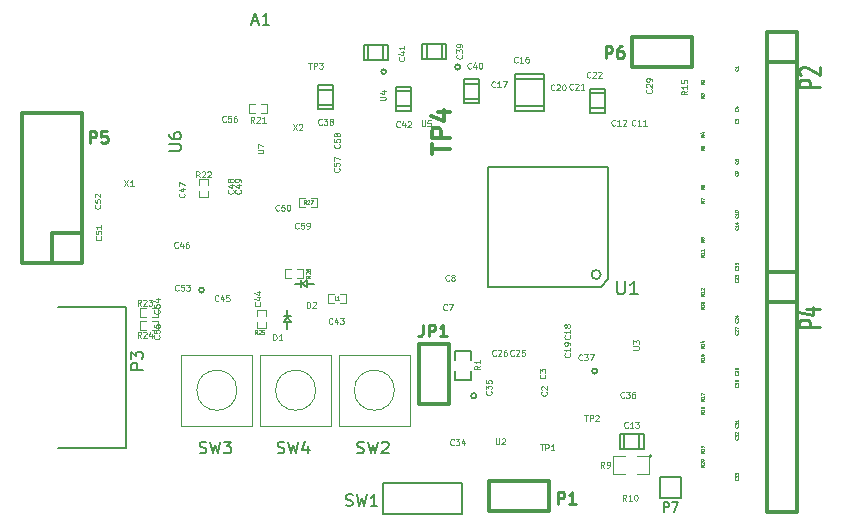
<source format=gto>
G04 (created by PCBNEW (2013-07-07 BZR 4022)-stable) date 2/3/2015 8:26:14 PM*
%MOIN*%
G04 Gerber Fmt 3.4, Leading zero omitted, Abs format*
%FSLAX34Y34*%
G01*
G70*
G90*
G04 APERTURE LIST*
%ADD10C,0.00590551*%
%ADD11C,0.008*%
%ADD12C,0.0039*%
%ADD13C,0.005*%
%ADD14C,0.0028*%
%ADD15C,0.012*%
%ADD16C,0.00393701*%
%ADD17C,0.0043*%
%ADD18C,0.00492126*%
%ADD19C,0.0107*%
%ADD20C,0.00984252*%
%ADD21C,0.00246063*%
G04 APERTURE END LIST*
G54D10*
G54D11*
X123643Y-63393D02*
G75*
G03X123643Y-63393I-150J0D01*
G74*
G01*
X119893Y-59793D02*
X119893Y-63793D01*
X119893Y-63793D02*
X123643Y-63793D01*
X123643Y-63793D02*
X123893Y-63543D01*
X123893Y-63543D02*
X123893Y-59793D01*
X123893Y-59793D02*
X119893Y-59793D01*
G54D12*
X125350Y-69450D02*
G75*
G03X125350Y-69450I-50J0D01*
G74*
G01*
X124850Y-69450D02*
X125250Y-69450D01*
X125250Y-69450D02*
X125250Y-70050D01*
X125250Y-70050D02*
X124850Y-70050D01*
X124450Y-70050D02*
X124050Y-70050D01*
X124050Y-70050D02*
X124050Y-69450D01*
X124050Y-69450D02*
X124450Y-69450D01*
G54D13*
X119325Y-66228D02*
X119325Y-65950D01*
X119325Y-65950D02*
X118775Y-65950D01*
X118775Y-65950D02*
X118775Y-66228D01*
X119325Y-66900D02*
X119325Y-66622D01*
X119325Y-66900D02*
X118775Y-66900D01*
X118775Y-66900D02*
X118775Y-66622D01*
G54D14*
X110250Y-60625D02*
X110250Y-60825D01*
X110250Y-60825D02*
X110550Y-60825D01*
X110550Y-60825D02*
X110550Y-60625D01*
X110250Y-60425D02*
X110250Y-60225D01*
X110250Y-60225D02*
X110550Y-60225D01*
X110550Y-60225D02*
X110550Y-60425D01*
X108500Y-64500D02*
X108300Y-64500D01*
X108300Y-64500D02*
X108300Y-64800D01*
X108300Y-64800D02*
X108500Y-64800D01*
X108700Y-64500D02*
X108900Y-64500D01*
X108900Y-64500D02*
X108900Y-64800D01*
X108900Y-64800D02*
X108700Y-64800D01*
X108500Y-64950D02*
X108300Y-64950D01*
X108300Y-64950D02*
X108300Y-65250D01*
X108300Y-65250D02*
X108500Y-65250D01*
X108700Y-64950D02*
X108900Y-64950D01*
X108900Y-64950D02*
X108900Y-65250D01*
X108900Y-65250D02*
X108700Y-65250D01*
X113800Y-60850D02*
X113600Y-60850D01*
X113600Y-60850D02*
X113600Y-61150D01*
X113600Y-61150D02*
X113800Y-61150D01*
X114000Y-60850D02*
X114200Y-60850D01*
X114200Y-60850D02*
X114200Y-61150D01*
X114200Y-61150D02*
X114000Y-61150D01*
X112200Y-64975D02*
X112200Y-65175D01*
X112200Y-65175D02*
X112500Y-65175D01*
X112500Y-65175D02*
X112500Y-64975D01*
X112200Y-64775D02*
X112200Y-64575D01*
X112200Y-64575D02*
X112500Y-64575D01*
X112500Y-64575D02*
X112500Y-64775D01*
X113525Y-63500D02*
X113725Y-63500D01*
X113725Y-63500D02*
X113725Y-63200D01*
X113725Y-63200D02*
X113525Y-63200D01*
X113325Y-63500D02*
X113125Y-63500D01*
X113125Y-63500D02*
X113125Y-63200D01*
X113125Y-63200D02*
X113325Y-63200D01*
X114750Y-64050D02*
X114550Y-64050D01*
X114550Y-64050D02*
X114550Y-64350D01*
X114550Y-64350D02*
X114750Y-64350D01*
X114950Y-64050D02*
X115150Y-64050D01*
X115150Y-64050D02*
X115150Y-64350D01*
X115150Y-64350D02*
X114950Y-64350D01*
X112125Y-57725D02*
X111925Y-57725D01*
X111925Y-57725D02*
X111925Y-58025D01*
X111925Y-58025D02*
X112125Y-58025D01*
X112325Y-57725D02*
X112525Y-57725D01*
X112525Y-57725D02*
X112525Y-58025D01*
X112525Y-58025D02*
X112325Y-58025D01*
G54D15*
X130175Y-63325D02*
X130175Y-71325D01*
X130175Y-71325D02*
X129175Y-71325D01*
X129175Y-71325D02*
X129175Y-63325D01*
X129175Y-63325D02*
X130175Y-63325D01*
X129175Y-64325D02*
X130175Y-64325D01*
X130175Y-55325D02*
X130175Y-63325D01*
X130175Y-63325D02*
X129175Y-63325D01*
X129175Y-63325D02*
X129175Y-55325D01*
X129175Y-55325D02*
X130175Y-55325D01*
X129175Y-56325D02*
X130175Y-56325D01*
X106350Y-62000D02*
X105350Y-62000D01*
X106350Y-58000D02*
X106350Y-63000D01*
X105350Y-58000D02*
X106350Y-58000D01*
X106350Y-63000D02*
X105350Y-63000D01*
X105350Y-63000D02*
X104350Y-63000D01*
X104350Y-63000D02*
X104350Y-58000D01*
X104350Y-58000D02*
X105350Y-58000D01*
X105350Y-63000D02*
X105350Y-62000D01*
X121925Y-70275D02*
X121925Y-71275D01*
X121925Y-71275D02*
X119925Y-71275D01*
X119925Y-71275D02*
X119925Y-70275D01*
X119925Y-70275D02*
X121925Y-70275D01*
X117575Y-65700D02*
X118575Y-65700D01*
X118575Y-65700D02*
X118575Y-67700D01*
X118575Y-67700D02*
X117575Y-67700D01*
X117575Y-67700D02*
X117575Y-65700D01*
G54D13*
X121765Y-56695D02*
X120785Y-56695D01*
X120785Y-57955D02*
X121765Y-57955D01*
X121765Y-57775D02*
X120785Y-57775D01*
X120785Y-56875D02*
X121765Y-56875D01*
X120785Y-56695D02*
X120785Y-57955D01*
X121765Y-57955D02*
X121765Y-56695D01*
X114718Y-57730D02*
X114218Y-57730D01*
X114718Y-57230D02*
X114228Y-57230D01*
X114718Y-57080D02*
X114718Y-57880D01*
X114718Y-57880D02*
X114218Y-57880D01*
X114218Y-57880D02*
X114218Y-57080D01*
X114218Y-57080D02*
X114718Y-57080D01*
X115891Y-56253D02*
X115891Y-55753D01*
X116391Y-56253D02*
X116391Y-55763D01*
X116541Y-56253D02*
X115741Y-56253D01*
X115741Y-56253D02*
X115741Y-55753D01*
X115741Y-55753D02*
X116541Y-55753D01*
X116541Y-55753D02*
X116541Y-56253D01*
X117850Y-56200D02*
X117850Y-55700D01*
X118350Y-56200D02*
X118350Y-55710D01*
X118500Y-56200D02*
X117700Y-56200D01*
X117700Y-56200D02*
X117700Y-55700D01*
X117700Y-55700D02*
X118500Y-55700D01*
X118500Y-55700D02*
X118500Y-56200D01*
X119605Y-57539D02*
X119105Y-57539D01*
X119605Y-57039D02*
X119115Y-57039D01*
X119605Y-56889D02*
X119605Y-57689D01*
X119605Y-57689D02*
X119105Y-57689D01*
X119105Y-57689D02*
X119105Y-56889D01*
X119105Y-56889D02*
X119605Y-56889D01*
X117326Y-57779D02*
X116826Y-57779D01*
X117326Y-57279D02*
X116836Y-57279D01*
X117326Y-57129D02*
X117326Y-57929D01*
X117326Y-57929D02*
X116826Y-57929D01*
X116826Y-57929D02*
X116826Y-57129D01*
X116826Y-57129D02*
X117326Y-57129D01*
X124925Y-68725D02*
X124925Y-69225D01*
X124425Y-68725D02*
X124425Y-69215D01*
X124275Y-68725D02*
X125075Y-68725D01*
X125075Y-68725D02*
X125075Y-69225D01*
X125075Y-69225D02*
X124275Y-69225D01*
X124275Y-69225D02*
X124275Y-68725D01*
X123800Y-57850D02*
X123300Y-57850D01*
X123800Y-57350D02*
X123310Y-57350D01*
X123800Y-57200D02*
X123800Y-58000D01*
X123800Y-58000D02*
X123300Y-58000D01*
X123300Y-58000D02*
X123300Y-57200D01*
X123300Y-57200D02*
X123800Y-57200D01*
G54D16*
X111519Y-67250D02*
G75*
G03X111519Y-67250I-669J0D01*
G74*
G01*
X109668Y-66068D02*
X109668Y-68431D01*
X109668Y-68431D02*
X112031Y-68431D01*
X112031Y-68431D02*
X112031Y-66068D01*
X112031Y-66068D02*
X109668Y-66068D01*
X114144Y-67250D02*
G75*
G03X114144Y-67250I-669J0D01*
G74*
G01*
X114656Y-68431D02*
X114656Y-66068D01*
X114656Y-66068D02*
X112293Y-66068D01*
X112293Y-66068D02*
X112293Y-68431D01*
X112293Y-68431D02*
X114656Y-68431D01*
X116769Y-67250D02*
G75*
G03X116769Y-67250I-669J0D01*
G74*
G01*
X117281Y-68431D02*
X117281Y-66068D01*
X117281Y-66068D02*
X114918Y-66068D01*
X114918Y-66068D02*
X114918Y-68431D01*
X114918Y-68431D02*
X117281Y-68431D01*
G54D10*
X116495Y-56632D02*
G75*
G03X116495Y-56632I-81J0D01*
G74*
G01*
X119503Y-67438D02*
G75*
G03X119503Y-67438I-88J0D01*
G74*
G01*
X123532Y-66614D02*
G75*
G03X123532Y-66614I-88J0D01*
G74*
G01*
X118962Y-56473D02*
G75*
G03X118962Y-56473I-88J0D01*
G74*
G01*
X126329Y-70854D02*
X125620Y-70854D01*
X125620Y-70854D02*
X125620Y-70145D01*
X125620Y-70145D02*
X126329Y-70145D01*
X126329Y-70145D02*
X126329Y-70854D01*
G54D15*
X126675Y-55475D02*
X126675Y-56475D01*
X126675Y-56475D02*
X124675Y-56475D01*
X124675Y-56475D02*
X124675Y-55475D01*
X124675Y-55475D02*
X126675Y-55475D01*
G54D10*
X110419Y-63915D02*
G75*
G03X110419Y-63915I-81J0D01*
G74*
G01*
X105550Y-64462D02*
X107833Y-64462D01*
X107833Y-64462D02*
X107833Y-69187D01*
X107833Y-69187D02*
X105550Y-69187D01*
X119018Y-70338D02*
X116381Y-70338D01*
X116381Y-70338D02*
X116381Y-71361D01*
X116381Y-71361D02*
X119018Y-71361D01*
X119018Y-71361D02*
X119018Y-70338D01*
X113199Y-64790D02*
X113199Y-64574D01*
X113199Y-64987D02*
X113199Y-65224D01*
X113317Y-64790D02*
X113080Y-64790D01*
X113317Y-64987D02*
X113080Y-64987D01*
X113080Y-64987D02*
X113199Y-64810D01*
X113199Y-64810D02*
X113317Y-64987D01*
X113665Y-63700D02*
X113449Y-63700D01*
X113862Y-63700D02*
X114099Y-63700D01*
X113665Y-63582D02*
X113665Y-63819D01*
X113862Y-63582D02*
X113862Y-63819D01*
X113862Y-63819D02*
X113685Y-63700D01*
X113685Y-63700D02*
X113862Y-63582D01*
G54D13*
X124195Y-63617D02*
X124195Y-63967D01*
X124215Y-64009D01*
X124236Y-64029D01*
X124277Y-64050D01*
X124360Y-64050D01*
X124401Y-64029D01*
X124421Y-64009D01*
X124442Y-63967D01*
X124442Y-63617D01*
X124875Y-64050D02*
X124628Y-64050D01*
X124751Y-64050D02*
X124751Y-63617D01*
X124710Y-63679D01*
X124669Y-63720D01*
X124628Y-63740D01*
G54D17*
X123767Y-69829D02*
X123701Y-69735D01*
X123654Y-69829D02*
X123654Y-69632D01*
X123729Y-69632D01*
X123748Y-69642D01*
X123757Y-69651D01*
X123767Y-69670D01*
X123767Y-69698D01*
X123757Y-69717D01*
X123748Y-69726D01*
X123729Y-69735D01*
X123654Y-69735D01*
X123860Y-69829D02*
X123898Y-69829D01*
X123917Y-69820D01*
X123926Y-69810D01*
X123945Y-69782D01*
X123954Y-69745D01*
X123954Y-69670D01*
X123945Y-69651D01*
X123936Y-69642D01*
X123917Y-69632D01*
X123879Y-69632D01*
X123860Y-69642D01*
X123851Y-69651D01*
X123842Y-69670D01*
X123842Y-69717D01*
X123851Y-69735D01*
X123860Y-69745D01*
X123879Y-69754D01*
X123917Y-69754D01*
X123936Y-69745D01*
X123945Y-69735D01*
X123954Y-69717D01*
G54D18*
X119629Y-66432D02*
X119535Y-66498D01*
X119629Y-66545D02*
X119432Y-66545D01*
X119432Y-66470D01*
X119442Y-66451D01*
X119451Y-66442D01*
X119470Y-66432D01*
X119498Y-66432D01*
X119517Y-66442D01*
X119526Y-66451D01*
X119535Y-66470D01*
X119535Y-66545D01*
X119629Y-66245D02*
X119629Y-66357D01*
X119629Y-66301D02*
X119432Y-66301D01*
X119460Y-66320D01*
X119479Y-66339D01*
X119489Y-66357D01*
X110273Y-60154D02*
X110207Y-60060D01*
X110160Y-60154D02*
X110160Y-59957D01*
X110235Y-59957D01*
X110254Y-59967D01*
X110264Y-59976D01*
X110273Y-59995D01*
X110273Y-60023D01*
X110264Y-60042D01*
X110254Y-60051D01*
X110235Y-60060D01*
X110160Y-60060D01*
X110348Y-59976D02*
X110357Y-59967D01*
X110376Y-59957D01*
X110423Y-59957D01*
X110442Y-59967D01*
X110451Y-59976D01*
X110460Y-59995D01*
X110460Y-60014D01*
X110451Y-60042D01*
X110339Y-60154D01*
X110460Y-60154D01*
X110535Y-59976D02*
X110545Y-59967D01*
X110564Y-59957D01*
X110610Y-59957D01*
X110629Y-59967D01*
X110639Y-59976D01*
X110648Y-59995D01*
X110648Y-60014D01*
X110639Y-60042D01*
X110526Y-60154D01*
X110648Y-60154D01*
X108323Y-64429D02*
X108257Y-64335D01*
X108210Y-64429D02*
X108210Y-64232D01*
X108285Y-64232D01*
X108304Y-64242D01*
X108314Y-64251D01*
X108323Y-64270D01*
X108323Y-64298D01*
X108314Y-64317D01*
X108304Y-64326D01*
X108285Y-64335D01*
X108210Y-64335D01*
X108398Y-64251D02*
X108407Y-64242D01*
X108426Y-64232D01*
X108473Y-64232D01*
X108492Y-64242D01*
X108501Y-64251D01*
X108510Y-64270D01*
X108510Y-64289D01*
X108501Y-64317D01*
X108389Y-64429D01*
X108510Y-64429D01*
X108576Y-64232D02*
X108698Y-64232D01*
X108632Y-64307D01*
X108660Y-64307D01*
X108679Y-64317D01*
X108689Y-64326D01*
X108698Y-64345D01*
X108698Y-64392D01*
X108689Y-64410D01*
X108679Y-64420D01*
X108660Y-64429D01*
X108604Y-64429D01*
X108585Y-64420D01*
X108576Y-64410D01*
X108323Y-65504D02*
X108257Y-65410D01*
X108210Y-65504D02*
X108210Y-65307D01*
X108285Y-65307D01*
X108304Y-65317D01*
X108314Y-65326D01*
X108323Y-65345D01*
X108323Y-65373D01*
X108314Y-65392D01*
X108304Y-65401D01*
X108285Y-65410D01*
X108210Y-65410D01*
X108398Y-65326D02*
X108407Y-65317D01*
X108426Y-65307D01*
X108473Y-65307D01*
X108492Y-65317D01*
X108501Y-65326D01*
X108510Y-65345D01*
X108510Y-65364D01*
X108501Y-65392D01*
X108389Y-65504D01*
X108510Y-65504D01*
X108679Y-65373D02*
X108679Y-65504D01*
X108632Y-65298D02*
X108585Y-65439D01*
X108707Y-65439D01*
G54D14*
X113822Y-61055D02*
X113782Y-60990D01*
X113754Y-61055D02*
X113754Y-60917D01*
X113800Y-60917D01*
X113811Y-60924D01*
X113817Y-60931D01*
X113822Y-60944D01*
X113822Y-60963D01*
X113817Y-60977D01*
X113811Y-60983D01*
X113800Y-60990D01*
X113754Y-60990D01*
X113868Y-60931D02*
X113874Y-60924D01*
X113885Y-60917D01*
X113914Y-60917D01*
X113925Y-60924D01*
X113931Y-60931D01*
X113937Y-60944D01*
X113937Y-60957D01*
X113931Y-60977D01*
X113862Y-61055D01*
X113937Y-61055D01*
X113977Y-60917D02*
X114057Y-60917D01*
X114005Y-61055D01*
X112197Y-65380D02*
X112157Y-65315D01*
X112129Y-65380D02*
X112129Y-65242D01*
X112175Y-65242D01*
X112186Y-65249D01*
X112192Y-65256D01*
X112197Y-65269D01*
X112197Y-65288D01*
X112192Y-65302D01*
X112186Y-65308D01*
X112175Y-65315D01*
X112129Y-65315D01*
X112243Y-65256D02*
X112249Y-65249D01*
X112260Y-65242D01*
X112289Y-65242D01*
X112300Y-65249D01*
X112306Y-65256D01*
X112312Y-65269D01*
X112312Y-65282D01*
X112306Y-65302D01*
X112237Y-65380D01*
X112312Y-65380D01*
X112420Y-65242D02*
X112363Y-65242D01*
X112357Y-65308D01*
X112363Y-65302D01*
X112375Y-65295D01*
X112403Y-65295D01*
X112415Y-65302D01*
X112420Y-65308D01*
X112426Y-65321D01*
X112426Y-65354D01*
X112420Y-65367D01*
X112415Y-65374D01*
X112403Y-65380D01*
X112375Y-65380D01*
X112363Y-65374D01*
X112357Y-65367D01*
X113955Y-63427D02*
X113890Y-63467D01*
X113955Y-63495D02*
X113817Y-63495D01*
X113817Y-63450D01*
X113824Y-63438D01*
X113831Y-63432D01*
X113844Y-63427D01*
X113863Y-63427D01*
X113877Y-63432D01*
X113883Y-63438D01*
X113890Y-63450D01*
X113890Y-63495D01*
X113831Y-63381D02*
X113824Y-63375D01*
X113817Y-63364D01*
X113817Y-63335D01*
X113824Y-63324D01*
X113831Y-63318D01*
X113844Y-63312D01*
X113857Y-63312D01*
X113877Y-63318D01*
X113955Y-63387D01*
X113955Y-63312D01*
X113817Y-63210D02*
X113817Y-63232D01*
X113824Y-63244D01*
X113831Y-63250D01*
X113850Y-63261D01*
X113877Y-63267D01*
X113929Y-63267D01*
X113942Y-63261D01*
X113949Y-63255D01*
X113955Y-63244D01*
X113955Y-63221D01*
X113949Y-63210D01*
X113942Y-63204D01*
X113929Y-63198D01*
X113896Y-63198D01*
X113883Y-63204D01*
X113877Y-63210D01*
X113870Y-63221D01*
X113870Y-63244D01*
X113877Y-63255D01*
X113883Y-63261D01*
X113896Y-63267D01*
X114830Y-64255D02*
X114772Y-64255D01*
X114772Y-64117D01*
X114932Y-64255D02*
X114864Y-64255D01*
X114898Y-64255D02*
X114898Y-64117D01*
X114887Y-64137D01*
X114875Y-64150D01*
X114864Y-64157D01*
G54D18*
X112098Y-58329D02*
X112032Y-58235D01*
X111985Y-58329D02*
X111985Y-58132D01*
X112060Y-58132D01*
X112079Y-58142D01*
X112089Y-58151D01*
X112098Y-58170D01*
X112098Y-58198D01*
X112089Y-58217D01*
X112079Y-58226D01*
X112060Y-58235D01*
X111985Y-58235D01*
X112173Y-58151D02*
X112182Y-58142D01*
X112201Y-58132D01*
X112248Y-58132D01*
X112267Y-58142D01*
X112276Y-58151D01*
X112285Y-58170D01*
X112285Y-58189D01*
X112276Y-58217D01*
X112164Y-58329D01*
X112285Y-58329D01*
X112473Y-58329D02*
X112360Y-58329D01*
X112417Y-58329D02*
X112417Y-58132D01*
X112398Y-58160D01*
X112379Y-58179D01*
X112360Y-58189D01*
G54D19*
X130950Y-65140D02*
X130269Y-65140D01*
X130269Y-64977D01*
X130302Y-64937D01*
X130334Y-64916D01*
X130399Y-64896D01*
X130496Y-64896D01*
X130561Y-64916D01*
X130593Y-64937D01*
X130626Y-64977D01*
X130626Y-65140D01*
X130496Y-64529D02*
X130950Y-64529D01*
X130237Y-64631D02*
X130723Y-64733D01*
X130723Y-64468D01*
G54D15*
G54D19*
X130950Y-57140D02*
X130269Y-57140D01*
X130269Y-56977D01*
X130302Y-56937D01*
X130334Y-56916D01*
X130399Y-56896D01*
X130496Y-56896D01*
X130561Y-56916D01*
X130593Y-56937D01*
X130626Y-56977D01*
X130626Y-57140D01*
X130334Y-56733D02*
X130302Y-56712D01*
X130269Y-56672D01*
X130269Y-56570D01*
X130302Y-56529D01*
X130334Y-56509D01*
X130399Y-56488D01*
X130464Y-56488D01*
X130561Y-56509D01*
X130950Y-56753D01*
X130950Y-56488D01*
G54D15*
G54D20*
X106609Y-59009D02*
X106609Y-58615D01*
X106759Y-58615D01*
X106796Y-58634D01*
X106815Y-58653D01*
X106834Y-58690D01*
X106834Y-58746D01*
X106815Y-58784D01*
X106796Y-58803D01*
X106759Y-58821D01*
X106609Y-58821D01*
X107190Y-58615D02*
X107003Y-58615D01*
X106984Y-58803D01*
X107003Y-58784D01*
X107040Y-58765D01*
X107134Y-58765D01*
X107171Y-58784D01*
X107190Y-58803D01*
X107209Y-58840D01*
X107209Y-58934D01*
X107190Y-58971D01*
X107171Y-58990D01*
X107134Y-59009D01*
X107040Y-59009D01*
X107003Y-58990D01*
X106984Y-58971D01*
X122209Y-71034D02*
X122209Y-70640D01*
X122359Y-70640D01*
X122396Y-70659D01*
X122415Y-70678D01*
X122434Y-70715D01*
X122434Y-70771D01*
X122415Y-70809D01*
X122396Y-70828D01*
X122359Y-70846D01*
X122209Y-70846D01*
X122809Y-71034D02*
X122584Y-71034D01*
X122696Y-71034D02*
X122696Y-70640D01*
X122659Y-70696D01*
X122621Y-70734D01*
X122584Y-70753D01*
X117721Y-65065D02*
X117721Y-65346D01*
X117703Y-65403D01*
X117665Y-65440D01*
X117609Y-65459D01*
X117571Y-65459D01*
X117909Y-65459D02*
X117909Y-65065D01*
X118059Y-65065D01*
X118096Y-65084D01*
X118115Y-65103D01*
X118134Y-65140D01*
X118134Y-65196D01*
X118115Y-65234D01*
X118096Y-65253D01*
X118059Y-65271D01*
X117909Y-65271D01*
X118509Y-65459D02*
X118284Y-65459D01*
X118396Y-65459D02*
X118396Y-65065D01*
X118359Y-65121D01*
X118321Y-65159D01*
X118284Y-65178D01*
G54D18*
X107765Y-60257D02*
X107896Y-60454D01*
X107896Y-60257D02*
X107765Y-60454D01*
X108074Y-60454D02*
X107962Y-60454D01*
X108018Y-60454D02*
X108018Y-60257D01*
X107999Y-60285D01*
X107981Y-60304D01*
X107962Y-60314D01*
X113390Y-58382D02*
X113521Y-58579D01*
X113521Y-58382D02*
X113390Y-58579D01*
X113587Y-58401D02*
X113596Y-58392D01*
X113615Y-58382D01*
X113662Y-58382D01*
X113681Y-58392D01*
X113690Y-58401D01*
X113699Y-58420D01*
X113699Y-58439D01*
X113690Y-58467D01*
X113578Y-58579D01*
X113699Y-58579D01*
X120873Y-56310D02*
X120864Y-56320D01*
X120835Y-56329D01*
X120817Y-56329D01*
X120789Y-56320D01*
X120770Y-56301D01*
X120760Y-56282D01*
X120751Y-56245D01*
X120751Y-56217D01*
X120760Y-56179D01*
X120770Y-56160D01*
X120789Y-56142D01*
X120817Y-56132D01*
X120835Y-56132D01*
X120864Y-56142D01*
X120873Y-56151D01*
X121060Y-56329D02*
X120948Y-56329D01*
X121004Y-56329D02*
X121004Y-56132D01*
X120985Y-56160D01*
X120967Y-56179D01*
X120948Y-56189D01*
X121229Y-56132D02*
X121192Y-56132D01*
X121173Y-56142D01*
X121164Y-56151D01*
X121145Y-56179D01*
X121135Y-56217D01*
X121135Y-56292D01*
X121145Y-56310D01*
X121154Y-56320D01*
X121173Y-56329D01*
X121210Y-56329D01*
X121229Y-56320D01*
X121239Y-56310D01*
X121248Y-56292D01*
X121248Y-56245D01*
X121239Y-56226D01*
X121229Y-56217D01*
X121210Y-56207D01*
X121173Y-56207D01*
X121154Y-56217D01*
X121145Y-56226D01*
X121135Y-56245D01*
X114348Y-58385D02*
X114339Y-58395D01*
X114310Y-58404D01*
X114292Y-58404D01*
X114264Y-58395D01*
X114245Y-58376D01*
X114235Y-58357D01*
X114226Y-58320D01*
X114226Y-58292D01*
X114235Y-58254D01*
X114245Y-58235D01*
X114264Y-58217D01*
X114292Y-58207D01*
X114310Y-58207D01*
X114339Y-58217D01*
X114348Y-58226D01*
X114414Y-58207D02*
X114535Y-58207D01*
X114470Y-58282D01*
X114498Y-58282D01*
X114517Y-58292D01*
X114526Y-58301D01*
X114535Y-58320D01*
X114535Y-58367D01*
X114526Y-58385D01*
X114517Y-58395D01*
X114498Y-58404D01*
X114442Y-58404D01*
X114423Y-58395D01*
X114414Y-58385D01*
X114648Y-58292D02*
X114629Y-58282D01*
X114620Y-58273D01*
X114610Y-58254D01*
X114610Y-58245D01*
X114620Y-58226D01*
X114629Y-58217D01*
X114648Y-58207D01*
X114685Y-58207D01*
X114704Y-58217D01*
X114714Y-58226D01*
X114723Y-58245D01*
X114723Y-58254D01*
X114714Y-58273D01*
X114704Y-58282D01*
X114685Y-58292D01*
X114648Y-58292D01*
X114629Y-58301D01*
X114620Y-58310D01*
X114610Y-58329D01*
X114610Y-58367D01*
X114620Y-58385D01*
X114629Y-58395D01*
X114648Y-58404D01*
X114685Y-58404D01*
X114704Y-58395D01*
X114714Y-58385D01*
X114723Y-58367D01*
X114723Y-58329D01*
X114714Y-58310D01*
X114704Y-58301D01*
X114685Y-58292D01*
X117085Y-56151D02*
X117095Y-56160D01*
X117104Y-56189D01*
X117104Y-56207D01*
X117095Y-56235D01*
X117076Y-56254D01*
X117057Y-56264D01*
X117020Y-56273D01*
X116992Y-56273D01*
X116954Y-56264D01*
X116935Y-56254D01*
X116917Y-56235D01*
X116907Y-56207D01*
X116907Y-56189D01*
X116917Y-56160D01*
X116926Y-56151D01*
X116973Y-55982D02*
X117104Y-55982D01*
X116898Y-56029D02*
X117039Y-56076D01*
X117039Y-55954D01*
X117104Y-55776D02*
X117104Y-55889D01*
X117104Y-55832D02*
X116907Y-55832D01*
X116935Y-55851D01*
X116954Y-55870D01*
X116964Y-55889D01*
X119010Y-56076D02*
X119020Y-56085D01*
X119029Y-56114D01*
X119029Y-56132D01*
X119020Y-56160D01*
X119001Y-56179D01*
X118982Y-56189D01*
X118945Y-56198D01*
X118917Y-56198D01*
X118879Y-56189D01*
X118860Y-56179D01*
X118842Y-56160D01*
X118832Y-56132D01*
X118832Y-56114D01*
X118842Y-56085D01*
X118851Y-56076D01*
X118832Y-56010D02*
X118832Y-55889D01*
X118907Y-55954D01*
X118907Y-55926D01*
X118917Y-55907D01*
X118926Y-55898D01*
X118945Y-55889D01*
X118992Y-55889D01*
X119010Y-55898D01*
X119020Y-55907D01*
X119029Y-55926D01*
X119029Y-55982D01*
X119020Y-56001D01*
X119010Y-56010D01*
X119029Y-55795D02*
X119029Y-55757D01*
X119020Y-55739D01*
X119010Y-55729D01*
X118982Y-55710D01*
X118945Y-55701D01*
X118870Y-55701D01*
X118851Y-55710D01*
X118842Y-55720D01*
X118832Y-55739D01*
X118832Y-55776D01*
X118842Y-55795D01*
X118851Y-55804D01*
X118870Y-55814D01*
X118917Y-55814D01*
X118935Y-55804D01*
X118945Y-55795D01*
X118954Y-55776D01*
X118954Y-55739D01*
X118945Y-55720D01*
X118935Y-55710D01*
X118917Y-55701D01*
X119323Y-56510D02*
X119314Y-56520D01*
X119285Y-56529D01*
X119267Y-56529D01*
X119239Y-56520D01*
X119220Y-56501D01*
X119210Y-56482D01*
X119201Y-56445D01*
X119201Y-56417D01*
X119210Y-56379D01*
X119220Y-56360D01*
X119239Y-56342D01*
X119267Y-56332D01*
X119285Y-56332D01*
X119314Y-56342D01*
X119323Y-56351D01*
X119492Y-56398D02*
X119492Y-56529D01*
X119445Y-56323D02*
X119398Y-56464D01*
X119520Y-56464D01*
X119632Y-56332D02*
X119651Y-56332D01*
X119670Y-56342D01*
X119679Y-56351D01*
X119689Y-56370D01*
X119698Y-56407D01*
X119698Y-56454D01*
X119689Y-56492D01*
X119679Y-56510D01*
X119670Y-56520D01*
X119651Y-56529D01*
X119632Y-56529D01*
X119614Y-56520D01*
X119604Y-56510D01*
X119595Y-56492D01*
X119585Y-56454D01*
X119585Y-56407D01*
X119595Y-56370D01*
X119604Y-56351D01*
X119614Y-56342D01*
X119632Y-56332D01*
X116948Y-58460D02*
X116939Y-58470D01*
X116910Y-58479D01*
X116892Y-58479D01*
X116864Y-58470D01*
X116845Y-58451D01*
X116835Y-58432D01*
X116826Y-58395D01*
X116826Y-58367D01*
X116835Y-58329D01*
X116845Y-58310D01*
X116864Y-58292D01*
X116892Y-58282D01*
X116910Y-58282D01*
X116939Y-58292D01*
X116948Y-58301D01*
X117117Y-58348D02*
X117117Y-58479D01*
X117070Y-58273D02*
X117023Y-58414D01*
X117145Y-58414D01*
X117210Y-58301D02*
X117220Y-58292D01*
X117239Y-58282D01*
X117285Y-58282D01*
X117304Y-58292D01*
X117314Y-58301D01*
X117323Y-58320D01*
X117323Y-58339D01*
X117314Y-58367D01*
X117201Y-58479D01*
X117323Y-58479D01*
X124548Y-68485D02*
X124539Y-68495D01*
X124510Y-68504D01*
X124492Y-68504D01*
X124464Y-68495D01*
X124445Y-68476D01*
X124435Y-68457D01*
X124426Y-68420D01*
X124426Y-68392D01*
X124435Y-68354D01*
X124445Y-68335D01*
X124464Y-68317D01*
X124492Y-68307D01*
X124510Y-68307D01*
X124539Y-68317D01*
X124548Y-68326D01*
X124735Y-68504D02*
X124623Y-68504D01*
X124679Y-68504D02*
X124679Y-68307D01*
X124660Y-68335D01*
X124642Y-68354D01*
X124623Y-68364D01*
X124801Y-68307D02*
X124923Y-68307D01*
X124857Y-68382D01*
X124885Y-68382D01*
X124904Y-68392D01*
X124914Y-68401D01*
X124923Y-68420D01*
X124923Y-68467D01*
X124914Y-68485D01*
X124904Y-68495D01*
X124885Y-68504D01*
X124829Y-68504D01*
X124810Y-68495D01*
X124801Y-68485D01*
X123298Y-56810D02*
X123289Y-56820D01*
X123260Y-56829D01*
X123242Y-56829D01*
X123214Y-56820D01*
X123195Y-56801D01*
X123185Y-56782D01*
X123176Y-56745D01*
X123176Y-56717D01*
X123185Y-56679D01*
X123195Y-56660D01*
X123214Y-56642D01*
X123242Y-56632D01*
X123260Y-56632D01*
X123289Y-56642D01*
X123298Y-56651D01*
X123373Y-56651D02*
X123382Y-56642D01*
X123401Y-56632D01*
X123448Y-56632D01*
X123467Y-56642D01*
X123476Y-56651D01*
X123485Y-56670D01*
X123485Y-56689D01*
X123476Y-56717D01*
X123364Y-56829D01*
X123485Y-56829D01*
X123560Y-56651D02*
X123570Y-56642D01*
X123589Y-56632D01*
X123635Y-56632D01*
X123654Y-56642D01*
X123664Y-56651D01*
X123673Y-56670D01*
X123673Y-56689D01*
X123664Y-56717D01*
X123551Y-56829D01*
X123673Y-56829D01*
X112207Y-59349D02*
X112367Y-59349D01*
X112385Y-59340D01*
X112395Y-59331D01*
X112404Y-59312D01*
X112404Y-59274D01*
X112395Y-59256D01*
X112385Y-59246D01*
X112367Y-59237D01*
X112207Y-59237D01*
X112207Y-59162D02*
X112207Y-59031D01*
X112404Y-59115D01*
G54D10*
X110275Y-69340D02*
X110331Y-69359D01*
X110425Y-69359D01*
X110462Y-69340D01*
X110481Y-69321D01*
X110500Y-69284D01*
X110500Y-69246D01*
X110481Y-69209D01*
X110462Y-69190D01*
X110425Y-69171D01*
X110350Y-69153D01*
X110312Y-69134D01*
X110293Y-69115D01*
X110275Y-69078D01*
X110275Y-69040D01*
X110293Y-69003D01*
X110312Y-68984D01*
X110350Y-68965D01*
X110443Y-68965D01*
X110500Y-68984D01*
X110631Y-68965D02*
X110725Y-69359D01*
X110800Y-69078D01*
X110874Y-69359D01*
X110968Y-68965D01*
X111081Y-68965D02*
X111324Y-68965D01*
X111193Y-69115D01*
X111249Y-69115D01*
X111287Y-69134D01*
X111306Y-69153D01*
X111324Y-69190D01*
X111324Y-69284D01*
X111306Y-69321D01*
X111287Y-69340D01*
X111249Y-69359D01*
X111137Y-69359D01*
X111099Y-69340D01*
X111081Y-69321D01*
X112875Y-69340D02*
X112931Y-69359D01*
X113025Y-69359D01*
X113062Y-69340D01*
X113081Y-69321D01*
X113100Y-69284D01*
X113100Y-69246D01*
X113081Y-69209D01*
X113062Y-69190D01*
X113025Y-69171D01*
X112950Y-69153D01*
X112912Y-69134D01*
X112893Y-69115D01*
X112875Y-69078D01*
X112875Y-69040D01*
X112893Y-69003D01*
X112912Y-68984D01*
X112950Y-68965D01*
X113043Y-68965D01*
X113100Y-68984D01*
X113231Y-68965D02*
X113325Y-69359D01*
X113400Y-69078D01*
X113474Y-69359D01*
X113568Y-68965D01*
X113887Y-69096D02*
X113887Y-69359D01*
X113793Y-68946D02*
X113699Y-69228D01*
X113943Y-69228D01*
X115525Y-69340D02*
X115581Y-69359D01*
X115675Y-69359D01*
X115712Y-69340D01*
X115731Y-69321D01*
X115750Y-69284D01*
X115750Y-69246D01*
X115731Y-69209D01*
X115712Y-69190D01*
X115675Y-69171D01*
X115600Y-69153D01*
X115562Y-69134D01*
X115543Y-69115D01*
X115525Y-69078D01*
X115525Y-69040D01*
X115543Y-69003D01*
X115562Y-68984D01*
X115600Y-68965D01*
X115693Y-68965D01*
X115750Y-68984D01*
X115881Y-68965D02*
X115975Y-69359D01*
X116050Y-69078D01*
X116124Y-69359D01*
X116218Y-68965D01*
X116349Y-69003D02*
X116368Y-68984D01*
X116406Y-68965D01*
X116499Y-68965D01*
X116537Y-68984D01*
X116556Y-69003D01*
X116574Y-69040D01*
X116574Y-69078D01*
X116556Y-69134D01*
X116331Y-69359D01*
X116574Y-69359D01*
G54D18*
X116282Y-57574D02*
X116442Y-57574D01*
X116460Y-57565D01*
X116470Y-57556D01*
X116479Y-57537D01*
X116479Y-57499D01*
X116470Y-57481D01*
X116460Y-57471D01*
X116442Y-57462D01*
X116282Y-57462D01*
X116348Y-57284D02*
X116479Y-57284D01*
X116273Y-57331D02*
X116414Y-57378D01*
X116414Y-57256D01*
X120150Y-68857D02*
X120150Y-69017D01*
X120159Y-69035D01*
X120168Y-69045D01*
X120187Y-69054D01*
X120225Y-69054D01*
X120243Y-69045D01*
X120253Y-69035D01*
X120262Y-69017D01*
X120262Y-68857D01*
X120346Y-68876D02*
X120356Y-68867D01*
X120374Y-68857D01*
X120421Y-68857D01*
X120440Y-68867D01*
X120449Y-68876D01*
X120459Y-68895D01*
X120459Y-68914D01*
X120449Y-68942D01*
X120337Y-69054D01*
X120459Y-69054D01*
X124732Y-65899D02*
X124892Y-65899D01*
X124910Y-65890D01*
X124920Y-65881D01*
X124929Y-65862D01*
X124929Y-65824D01*
X124920Y-65806D01*
X124910Y-65796D01*
X124892Y-65787D01*
X124732Y-65787D01*
X124732Y-65712D02*
X124732Y-65590D01*
X124807Y-65656D01*
X124807Y-65628D01*
X124817Y-65609D01*
X124826Y-65600D01*
X124845Y-65590D01*
X124892Y-65590D01*
X124910Y-65600D01*
X124920Y-65609D01*
X124929Y-65628D01*
X124929Y-65684D01*
X124920Y-65703D01*
X124910Y-65712D01*
X117675Y-58257D02*
X117675Y-58417D01*
X117684Y-58435D01*
X117693Y-58445D01*
X117712Y-58454D01*
X117750Y-58454D01*
X117768Y-58445D01*
X117778Y-58435D01*
X117787Y-58417D01*
X117787Y-58257D01*
X117974Y-58257D02*
X117881Y-58257D01*
X117871Y-58351D01*
X117881Y-58342D01*
X117899Y-58332D01*
X117946Y-58332D01*
X117965Y-58342D01*
X117974Y-58351D01*
X117984Y-58370D01*
X117984Y-58417D01*
X117974Y-58435D01*
X117965Y-58445D01*
X117946Y-58454D01*
X117899Y-58454D01*
X117881Y-58445D01*
X117871Y-58435D01*
G54D21*
X127074Y-69288D02*
X127027Y-69321D01*
X127074Y-69344D02*
X126975Y-69344D01*
X126975Y-69307D01*
X126980Y-69297D01*
X126985Y-69292D01*
X126994Y-69288D01*
X127008Y-69288D01*
X127018Y-69292D01*
X127022Y-69297D01*
X127027Y-69307D01*
X127027Y-69344D01*
X127074Y-69194D02*
X127074Y-69250D01*
X127074Y-69222D02*
X126975Y-69222D01*
X126989Y-69232D01*
X126999Y-69241D01*
X127003Y-69250D01*
X127074Y-69147D02*
X127074Y-69128D01*
X127069Y-69119D01*
X127064Y-69114D01*
X127050Y-69105D01*
X127032Y-69100D01*
X126994Y-69100D01*
X126985Y-69105D01*
X126980Y-69110D01*
X126975Y-69119D01*
X126975Y-69138D01*
X126980Y-69147D01*
X126985Y-69152D01*
X126994Y-69157D01*
X127018Y-69157D01*
X127027Y-69152D01*
X127032Y-69147D01*
X127036Y-69138D01*
X127036Y-69119D01*
X127032Y-69110D01*
X127027Y-69105D01*
X127018Y-69100D01*
X127074Y-69738D02*
X127027Y-69771D01*
X127074Y-69794D02*
X126975Y-69794D01*
X126975Y-69757D01*
X126980Y-69747D01*
X126985Y-69742D01*
X126994Y-69738D01*
X127008Y-69738D01*
X127018Y-69742D01*
X127022Y-69747D01*
X127027Y-69757D01*
X127027Y-69794D01*
X126985Y-69700D02*
X126980Y-69696D01*
X126975Y-69686D01*
X126975Y-69663D01*
X126980Y-69653D01*
X126985Y-69649D01*
X126994Y-69644D01*
X127003Y-69644D01*
X127018Y-69649D01*
X127074Y-69705D01*
X127074Y-69644D01*
X126975Y-69583D02*
X126975Y-69574D01*
X126980Y-69564D01*
X126985Y-69560D01*
X126994Y-69555D01*
X127013Y-69550D01*
X127036Y-69550D01*
X127055Y-69555D01*
X127064Y-69560D01*
X127069Y-69564D01*
X127074Y-69574D01*
X127074Y-69583D01*
X127069Y-69592D01*
X127064Y-69597D01*
X127055Y-69602D01*
X127036Y-69607D01*
X127013Y-69607D01*
X126994Y-69602D01*
X126985Y-69597D01*
X126980Y-69592D01*
X126975Y-69583D01*
X127074Y-67538D02*
X127027Y-67571D01*
X127074Y-67594D02*
X126975Y-67594D01*
X126975Y-67557D01*
X126980Y-67547D01*
X126985Y-67542D01*
X126994Y-67538D01*
X127008Y-67538D01*
X127018Y-67542D01*
X127022Y-67547D01*
X127027Y-67557D01*
X127027Y-67594D01*
X127074Y-67444D02*
X127074Y-67500D01*
X127074Y-67472D02*
X126975Y-67472D01*
X126989Y-67482D01*
X126999Y-67491D01*
X127003Y-67500D01*
X126975Y-67411D02*
X126975Y-67346D01*
X127074Y-67388D01*
X127074Y-67988D02*
X127027Y-68021D01*
X127074Y-68044D02*
X126975Y-68044D01*
X126975Y-68007D01*
X126980Y-67997D01*
X126985Y-67992D01*
X126994Y-67988D01*
X127008Y-67988D01*
X127018Y-67992D01*
X127022Y-67997D01*
X127027Y-68007D01*
X127027Y-68044D01*
X127074Y-67894D02*
X127074Y-67950D01*
X127074Y-67922D02*
X126975Y-67922D01*
X126989Y-67932D01*
X126999Y-67941D01*
X127003Y-67950D01*
X127018Y-67838D02*
X127013Y-67847D01*
X127008Y-67852D01*
X126999Y-67857D01*
X126994Y-67857D01*
X126985Y-67852D01*
X126980Y-67847D01*
X126975Y-67838D01*
X126975Y-67819D01*
X126980Y-67810D01*
X126985Y-67805D01*
X126994Y-67800D01*
X126999Y-67800D01*
X127008Y-67805D01*
X127013Y-67810D01*
X127018Y-67819D01*
X127018Y-67838D01*
X127022Y-67847D01*
X127027Y-67852D01*
X127036Y-67857D01*
X127055Y-67857D01*
X127064Y-67852D01*
X127069Y-67847D01*
X127074Y-67838D01*
X127074Y-67819D01*
X127069Y-67810D01*
X127064Y-67805D01*
X127055Y-67800D01*
X127036Y-67800D01*
X127027Y-67805D01*
X127022Y-67810D01*
X127018Y-67819D01*
X127074Y-60941D02*
X127027Y-60974D01*
X127074Y-60997D02*
X126975Y-60997D01*
X126975Y-60960D01*
X126980Y-60950D01*
X126985Y-60946D01*
X126994Y-60941D01*
X127008Y-60941D01*
X127018Y-60946D01*
X127022Y-60950D01*
X127027Y-60960D01*
X127027Y-60997D01*
X126975Y-60908D02*
X126975Y-60842D01*
X127074Y-60885D01*
X127074Y-60491D02*
X127027Y-60524D01*
X127074Y-60547D02*
X126975Y-60547D01*
X126975Y-60510D01*
X126980Y-60500D01*
X126985Y-60496D01*
X126994Y-60491D01*
X127008Y-60491D01*
X127018Y-60496D01*
X127022Y-60500D01*
X127027Y-60510D01*
X127027Y-60547D01*
X126975Y-60407D02*
X126975Y-60425D01*
X126980Y-60435D01*
X126985Y-60439D01*
X126999Y-60449D01*
X127018Y-60453D01*
X127055Y-60453D01*
X127064Y-60449D01*
X127069Y-60444D01*
X127074Y-60435D01*
X127074Y-60416D01*
X127069Y-60407D01*
X127064Y-60402D01*
X127055Y-60397D01*
X127032Y-60397D01*
X127022Y-60402D01*
X127018Y-60407D01*
X127013Y-60416D01*
X127013Y-60435D01*
X127018Y-60444D01*
X127022Y-60449D01*
X127032Y-60453D01*
X127074Y-64488D02*
X127027Y-64521D01*
X127074Y-64544D02*
X126975Y-64544D01*
X126975Y-64507D01*
X126980Y-64497D01*
X126985Y-64492D01*
X126994Y-64488D01*
X127008Y-64488D01*
X127018Y-64492D01*
X127022Y-64497D01*
X127027Y-64507D01*
X127027Y-64544D01*
X127074Y-64394D02*
X127074Y-64450D01*
X127074Y-64422D02*
X126975Y-64422D01*
X126989Y-64432D01*
X126999Y-64441D01*
X127003Y-64450D01*
X126975Y-64361D02*
X126975Y-64300D01*
X127013Y-64333D01*
X127013Y-64319D01*
X127018Y-64310D01*
X127022Y-64305D01*
X127032Y-64300D01*
X127055Y-64300D01*
X127064Y-64305D01*
X127069Y-64310D01*
X127074Y-64319D01*
X127074Y-64347D01*
X127069Y-64357D01*
X127064Y-64361D01*
X127074Y-56991D02*
X127027Y-57024D01*
X127074Y-57047D02*
X126975Y-57047D01*
X126975Y-57010D01*
X126980Y-57000D01*
X126985Y-56996D01*
X126994Y-56991D01*
X127008Y-56991D01*
X127018Y-56996D01*
X127022Y-57000D01*
X127027Y-57010D01*
X127027Y-57047D01*
X126985Y-56953D02*
X126980Y-56949D01*
X126975Y-56939D01*
X126975Y-56916D01*
X126980Y-56907D01*
X126985Y-56902D01*
X126994Y-56897D01*
X127003Y-56897D01*
X127018Y-56902D01*
X127074Y-56958D01*
X127074Y-56897D01*
X127074Y-57441D02*
X127027Y-57474D01*
X127074Y-57497D02*
X126975Y-57497D01*
X126975Y-57460D01*
X126980Y-57450D01*
X126985Y-57446D01*
X126994Y-57441D01*
X127008Y-57441D01*
X127018Y-57446D01*
X127022Y-57450D01*
X127027Y-57460D01*
X127027Y-57497D01*
X126975Y-57408D02*
X126975Y-57347D01*
X127013Y-57380D01*
X127013Y-57366D01*
X127018Y-57357D01*
X127022Y-57352D01*
X127032Y-57347D01*
X127055Y-57347D01*
X127064Y-57352D01*
X127069Y-57357D01*
X127074Y-57366D01*
X127074Y-57394D01*
X127069Y-57403D01*
X127064Y-57408D01*
G54D18*
X126529Y-57276D02*
X126435Y-57342D01*
X126529Y-57389D02*
X126332Y-57389D01*
X126332Y-57314D01*
X126342Y-57295D01*
X126351Y-57285D01*
X126370Y-57276D01*
X126398Y-57276D01*
X126417Y-57285D01*
X126426Y-57295D01*
X126435Y-57314D01*
X126435Y-57389D01*
X126529Y-57089D02*
X126529Y-57201D01*
X126529Y-57145D02*
X126332Y-57145D01*
X126360Y-57164D01*
X126379Y-57182D01*
X126389Y-57201D01*
X126332Y-56910D02*
X126332Y-57004D01*
X126426Y-57014D01*
X126417Y-57004D01*
X126407Y-56985D01*
X126407Y-56939D01*
X126417Y-56920D01*
X126426Y-56910D01*
X126445Y-56901D01*
X126492Y-56901D01*
X126510Y-56910D01*
X126520Y-56920D01*
X126529Y-56939D01*
X126529Y-56985D01*
X126520Y-57004D01*
X126510Y-57014D01*
X124498Y-70929D02*
X124432Y-70835D01*
X124385Y-70929D02*
X124385Y-70732D01*
X124460Y-70732D01*
X124479Y-70742D01*
X124489Y-70751D01*
X124498Y-70770D01*
X124498Y-70798D01*
X124489Y-70817D01*
X124479Y-70826D01*
X124460Y-70835D01*
X124385Y-70835D01*
X124685Y-70929D02*
X124573Y-70929D01*
X124629Y-70929D02*
X124629Y-70732D01*
X124610Y-70760D01*
X124592Y-70779D01*
X124573Y-70789D01*
X124807Y-70732D02*
X124826Y-70732D01*
X124845Y-70742D01*
X124854Y-70751D01*
X124864Y-70770D01*
X124873Y-70807D01*
X124873Y-70854D01*
X124864Y-70892D01*
X124854Y-70910D01*
X124845Y-70920D01*
X124826Y-70929D01*
X124807Y-70929D01*
X124789Y-70920D01*
X124779Y-70910D01*
X124770Y-70892D01*
X124760Y-70854D01*
X124760Y-70807D01*
X124770Y-70770D01*
X124779Y-70751D01*
X124789Y-70742D01*
X124807Y-70732D01*
G54D21*
X127074Y-58741D02*
X127027Y-58774D01*
X127074Y-58797D02*
X126975Y-58797D01*
X126975Y-58760D01*
X126980Y-58750D01*
X126985Y-58746D01*
X126994Y-58741D01*
X127008Y-58741D01*
X127018Y-58746D01*
X127022Y-58750D01*
X127027Y-58760D01*
X127027Y-58797D01*
X127008Y-58657D02*
X127074Y-58657D01*
X126971Y-58680D02*
X127041Y-58703D01*
X127041Y-58642D01*
X127074Y-59191D02*
X127027Y-59224D01*
X127074Y-59247D02*
X126975Y-59247D01*
X126975Y-59210D01*
X126980Y-59200D01*
X126985Y-59196D01*
X126994Y-59191D01*
X127008Y-59191D01*
X127018Y-59196D01*
X127022Y-59200D01*
X127027Y-59210D01*
X127027Y-59247D01*
X126975Y-59102D02*
X126975Y-59149D01*
X127022Y-59153D01*
X127018Y-59149D01*
X127013Y-59139D01*
X127013Y-59116D01*
X127018Y-59107D01*
X127022Y-59102D01*
X127032Y-59097D01*
X127055Y-59097D01*
X127064Y-59102D01*
X127069Y-59107D01*
X127074Y-59116D01*
X127074Y-59139D01*
X127069Y-59149D01*
X127064Y-59153D01*
X127074Y-64038D02*
X127027Y-64071D01*
X127074Y-64094D02*
X126975Y-64094D01*
X126975Y-64057D01*
X126980Y-64047D01*
X126985Y-64042D01*
X126994Y-64038D01*
X127008Y-64038D01*
X127018Y-64042D01*
X127022Y-64047D01*
X127027Y-64057D01*
X127027Y-64094D01*
X127074Y-63944D02*
X127074Y-64000D01*
X127074Y-63972D02*
X126975Y-63972D01*
X126989Y-63982D01*
X126999Y-63991D01*
X127003Y-64000D01*
X126985Y-63907D02*
X126980Y-63902D01*
X126975Y-63892D01*
X126975Y-63869D01*
X126980Y-63860D01*
X126985Y-63855D01*
X126994Y-63850D01*
X127003Y-63850D01*
X127018Y-63855D01*
X127074Y-63911D01*
X127074Y-63850D01*
X127074Y-62241D02*
X127027Y-62274D01*
X127074Y-62297D02*
X126975Y-62297D01*
X126975Y-62260D01*
X126980Y-62250D01*
X126985Y-62246D01*
X126994Y-62241D01*
X127008Y-62241D01*
X127018Y-62246D01*
X127022Y-62250D01*
X127027Y-62260D01*
X127027Y-62297D01*
X127018Y-62185D02*
X127013Y-62194D01*
X127008Y-62199D01*
X126999Y-62203D01*
X126994Y-62203D01*
X126985Y-62199D01*
X126980Y-62194D01*
X126975Y-62185D01*
X126975Y-62166D01*
X126980Y-62157D01*
X126985Y-62152D01*
X126994Y-62147D01*
X126999Y-62147D01*
X127008Y-62152D01*
X127013Y-62157D01*
X127018Y-62166D01*
X127018Y-62185D01*
X127022Y-62194D01*
X127027Y-62199D01*
X127036Y-62203D01*
X127055Y-62203D01*
X127064Y-62199D01*
X127069Y-62194D01*
X127074Y-62185D01*
X127074Y-62166D01*
X127069Y-62157D01*
X127064Y-62152D01*
X127055Y-62147D01*
X127036Y-62147D01*
X127027Y-62152D01*
X127022Y-62157D01*
X127018Y-62166D01*
X127074Y-62738D02*
X127027Y-62771D01*
X127074Y-62794D02*
X126975Y-62794D01*
X126975Y-62757D01*
X126980Y-62747D01*
X126985Y-62742D01*
X126994Y-62738D01*
X127008Y-62738D01*
X127018Y-62742D01*
X127022Y-62747D01*
X127027Y-62757D01*
X127027Y-62794D01*
X127074Y-62644D02*
X127074Y-62700D01*
X127074Y-62672D02*
X126975Y-62672D01*
X126989Y-62682D01*
X126999Y-62691D01*
X127003Y-62700D01*
X127074Y-62550D02*
X127074Y-62607D01*
X127074Y-62578D02*
X126975Y-62578D01*
X126989Y-62588D01*
X126999Y-62597D01*
X127003Y-62607D01*
X127074Y-66238D02*
X127027Y-66271D01*
X127074Y-66294D02*
X126975Y-66294D01*
X126975Y-66257D01*
X126980Y-66247D01*
X126985Y-66242D01*
X126994Y-66238D01*
X127008Y-66238D01*
X127018Y-66242D01*
X127022Y-66247D01*
X127027Y-66257D01*
X127027Y-66294D01*
X127074Y-66144D02*
X127074Y-66200D01*
X127074Y-66172D02*
X126975Y-66172D01*
X126989Y-66182D01*
X126999Y-66191D01*
X127003Y-66200D01*
X126975Y-66060D02*
X126975Y-66078D01*
X126980Y-66088D01*
X126985Y-66092D01*
X126999Y-66102D01*
X127018Y-66107D01*
X127055Y-66107D01*
X127064Y-66102D01*
X127069Y-66097D01*
X127074Y-66088D01*
X127074Y-66069D01*
X127069Y-66060D01*
X127064Y-66055D01*
X127055Y-66050D01*
X127032Y-66050D01*
X127022Y-66055D01*
X127018Y-66060D01*
X127013Y-66069D01*
X127013Y-66088D01*
X127018Y-66097D01*
X127022Y-66102D01*
X127032Y-66107D01*
X127074Y-65788D02*
X127027Y-65821D01*
X127074Y-65844D02*
X126975Y-65844D01*
X126975Y-65807D01*
X126980Y-65797D01*
X126985Y-65792D01*
X126994Y-65788D01*
X127008Y-65788D01*
X127018Y-65792D01*
X127022Y-65797D01*
X127027Y-65807D01*
X127027Y-65844D01*
X127074Y-65694D02*
X127074Y-65750D01*
X127074Y-65722D02*
X126975Y-65722D01*
X126989Y-65732D01*
X126999Y-65741D01*
X127003Y-65750D01*
X127008Y-65610D02*
X127074Y-65610D01*
X126971Y-65633D02*
X127041Y-65657D01*
X127041Y-65596D01*
X128206Y-66688D02*
X128211Y-66692D01*
X128216Y-66707D01*
X128216Y-66716D01*
X128211Y-66730D01*
X128201Y-66739D01*
X128192Y-66744D01*
X128173Y-66749D01*
X128159Y-66749D01*
X128141Y-66744D01*
X128131Y-66739D01*
X128122Y-66730D01*
X128117Y-66716D01*
X128117Y-66707D01*
X128122Y-66692D01*
X128126Y-66688D01*
X128126Y-66650D02*
X128122Y-66646D01*
X128117Y-66636D01*
X128117Y-66613D01*
X128122Y-66603D01*
X128126Y-66599D01*
X128136Y-66594D01*
X128145Y-66594D01*
X128159Y-66599D01*
X128216Y-66655D01*
X128216Y-66594D01*
X128159Y-66538D02*
X128155Y-66547D01*
X128150Y-66552D01*
X128141Y-66557D01*
X128136Y-66557D01*
X128126Y-66552D01*
X128122Y-66547D01*
X128117Y-66538D01*
X128117Y-66519D01*
X128122Y-66510D01*
X128126Y-66505D01*
X128136Y-66500D01*
X128141Y-66500D01*
X128150Y-66505D01*
X128155Y-66510D01*
X128159Y-66519D01*
X128159Y-66538D01*
X128164Y-66547D01*
X128169Y-66552D01*
X128178Y-66557D01*
X128197Y-66557D01*
X128206Y-66552D01*
X128211Y-66547D01*
X128216Y-66538D01*
X128216Y-66519D01*
X128211Y-66510D01*
X128206Y-66505D01*
X128197Y-66500D01*
X128178Y-66500D01*
X128169Y-66505D01*
X128164Y-66510D01*
X128159Y-66519D01*
X128206Y-65338D02*
X128211Y-65342D01*
X128216Y-65357D01*
X128216Y-65366D01*
X128211Y-65380D01*
X128201Y-65389D01*
X128192Y-65394D01*
X128173Y-65399D01*
X128159Y-65399D01*
X128141Y-65394D01*
X128131Y-65389D01*
X128122Y-65380D01*
X128117Y-65366D01*
X128117Y-65357D01*
X128122Y-65342D01*
X128126Y-65338D01*
X128126Y-65300D02*
X128122Y-65296D01*
X128117Y-65286D01*
X128117Y-65263D01*
X128122Y-65253D01*
X128126Y-65249D01*
X128136Y-65244D01*
X128145Y-65244D01*
X128159Y-65249D01*
X128216Y-65305D01*
X128216Y-65244D01*
X128117Y-65211D02*
X128117Y-65146D01*
X128216Y-65188D01*
X128206Y-64938D02*
X128211Y-64942D01*
X128216Y-64957D01*
X128216Y-64966D01*
X128211Y-64980D01*
X128201Y-64989D01*
X128192Y-64994D01*
X128173Y-64999D01*
X128159Y-64999D01*
X128141Y-64994D01*
X128131Y-64989D01*
X128122Y-64980D01*
X128117Y-64966D01*
X128117Y-64957D01*
X128122Y-64942D01*
X128126Y-64938D01*
X128126Y-64900D02*
X128122Y-64896D01*
X128117Y-64886D01*
X128117Y-64863D01*
X128122Y-64853D01*
X128126Y-64849D01*
X128136Y-64844D01*
X128145Y-64844D01*
X128159Y-64849D01*
X128216Y-64905D01*
X128216Y-64844D01*
X128150Y-64760D02*
X128216Y-64760D01*
X128112Y-64783D02*
X128183Y-64807D01*
X128183Y-64746D01*
X128206Y-63588D02*
X128211Y-63592D01*
X128216Y-63607D01*
X128216Y-63616D01*
X128211Y-63630D01*
X128201Y-63639D01*
X128192Y-63644D01*
X128173Y-63649D01*
X128159Y-63649D01*
X128141Y-63644D01*
X128131Y-63639D01*
X128122Y-63630D01*
X128117Y-63616D01*
X128117Y-63607D01*
X128122Y-63592D01*
X128126Y-63588D01*
X128126Y-63550D02*
X128122Y-63546D01*
X128117Y-63536D01*
X128117Y-63513D01*
X128122Y-63503D01*
X128126Y-63499D01*
X128136Y-63494D01*
X128145Y-63494D01*
X128159Y-63499D01*
X128216Y-63555D01*
X128216Y-63494D01*
X128117Y-63461D02*
X128117Y-63400D01*
X128155Y-63433D01*
X128155Y-63419D01*
X128159Y-63410D01*
X128164Y-63405D01*
X128173Y-63400D01*
X128197Y-63400D01*
X128206Y-63405D01*
X128211Y-63410D01*
X128216Y-63419D01*
X128216Y-63447D01*
X128211Y-63457D01*
X128206Y-63461D01*
X128206Y-67088D02*
X128211Y-67092D01*
X128216Y-67107D01*
X128216Y-67116D01*
X128211Y-67130D01*
X128201Y-67139D01*
X128192Y-67144D01*
X128173Y-67149D01*
X128159Y-67149D01*
X128141Y-67144D01*
X128131Y-67139D01*
X128122Y-67130D01*
X128117Y-67116D01*
X128117Y-67107D01*
X128122Y-67092D01*
X128126Y-67088D01*
X128117Y-67055D02*
X128117Y-66994D01*
X128155Y-67027D01*
X128155Y-67013D01*
X128159Y-67003D01*
X128164Y-66999D01*
X128173Y-66994D01*
X128197Y-66994D01*
X128206Y-66999D01*
X128211Y-67003D01*
X128216Y-67013D01*
X128216Y-67041D01*
X128211Y-67050D01*
X128206Y-67055D01*
X128117Y-66933D02*
X128117Y-66924D01*
X128122Y-66914D01*
X128126Y-66910D01*
X128136Y-66905D01*
X128155Y-66900D01*
X128178Y-66900D01*
X128197Y-66905D01*
X128206Y-66910D01*
X128211Y-66914D01*
X128216Y-66924D01*
X128216Y-66933D01*
X128211Y-66942D01*
X128206Y-66947D01*
X128197Y-66952D01*
X128178Y-66957D01*
X128155Y-66957D01*
X128136Y-66952D01*
X128126Y-66947D01*
X128122Y-66942D01*
X128117Y-66933D01*
X128206Y-68438D02*
X128211Y-68442D01*
X128216Y-68457D01*
X128216Y-68466D01*
X128211Y-68480D01*
X128201Y-68489D01*
X128192Y-68494D01*
X128173Y-68499D01*
X128159Y-68499D01*
X128141Y-68494D01*
X128131Y-68489D01*
X128122Y-68480D01*
X128117Y-68466D01*
X128117Y-68457D01*
X128122Y-68442D01*
X128126Y-68438D01*
X128117Y-68405D02*
X128117Y-68344D01*
X128155Y-68377D01*
X128155Y-68363D01*
X128159Y-68353D01*
X128164Y-68349D01*
X128173Y-68344D01*
X128197Y-68344D01*
X128206Y-68349D01*
X128211Y-68353D01*
X128216Y-68363D01*
X128216Y-68391D01*
X128211Y-68400D01*
X128206Y-68405D01*
X128216Y-68250D02*
X128216Y-68307D01*
X128216Y-68278D02*
X128117Y-68278D01*
X128131Y-68288D01*
X128141Y-68297D01*
X128145Y-68307D01*
X128206Y-63188D02*
X128211Y-63192D01*
X128216Y-63207D01*
X128216Y-63216D01*
X128211Y-63230D01*
X128201Y-63239D01*
X128192Y-63244D01*
X128173Y-63249D01*
X128159Y-63249D01*
X128141Y-63244D01*
X128131Y-63239D01*
X128122Y-63230D01*
X128117Y-63216D01*
X128117Y-63207D01*
X128122Y-63192D01*
X128126Y-63188D01*
X128216Y-63094D02*
X128216Y-63150D01*
X128216Y-63122D02*
X128117Y-63122D01*
X128131Y-63132D01*
X128141Y-63141D01*
X128145Y-63150D01*
X128117Y-63005D02*
X128117Y-63052D01*
X128164Y-63057D01*
X128159Y-63052D01*
X128155Y-63042D01*
X128155Y-63019D01*
X128159Y-63010D01*
X128164Y-63005D01*
X128173Y-63000D01*
X128197Y-63000D01*
X128206Y-63005D01*
X128211Y-63010D01*
X128216Y-63019D01*
X128216Y-63042D01*
X128211Y-63052D01*
X128206Y-63057D01*
X128206Y-61838D02*
X128211Y-61842D01*
X128216Y-61857D01*
X128216Y-61866D01*
X128211Y-61880D01*
X128201Y-61889D01*
X128192Y-61894D01*
X128173Y-61899D01*
X128159Y-61899D01*
X128141Y-61894D01*
X128131Y-61889D01*
X128122Y-61880D01*
X128117Y-61866D01*
X128117Y-61857D01*
X128122Y-61842D01*
X128126Y-61838D01*
X128216Y-61744D02*
X128216Y-61800D01*
X128216Y-61772D02*
X128117Y-61772D01*
X128131Y-61782D01*
X128141Y-61791D01*
X128145Y-61800D01*
X128150Y-61660D02*
X128216Y-61660D01*
X128112Y-61683D02*
X128183Y-61707D01*
X128183Y-61646D01*
X128206Y-68838D02*
X128211Y-68842D01*
X128216Y-68857D01*
X128216Y-68866D01*
X128211Y-68880D01*
X128201Y-68889D01*
X128192Y-68894D01*
X128173Y-68899D01*
X128159Y-68899D01*
X128141Y-68894D01*
X128131Y-68889D01*
X128122Y-68880D01*
X128117Y-68866D01*
X128117Y-68857D01*
X128122Y-68842D01*
X128126Y-68838D01*
X128117Y-68805D02*
X128117Y-68744D01*
X128155Y-68777D01*
X128155Y-68763D01*
X128159Y-68753D01*
X128164Y-68749D01*
X128173Y-68744D01*
X128197Y-68744D01*
X128206Y-68749D01*
X128211Y-68753D01*
X128216Y-68763D01*
X128216Y-68791D01*
X128211Y-68800D01*
X128206Y-68805D01*
X128126Y-68707D02*
X128122Y-68702D01*
X128117Y-68692D01*
X128117Y-68669D01*
X128122Y-68660D01*
X128126Y-68655D01*
X128136Y-68650D01*
X128145Y-68650D01*
X128159Y-68655D01*
X128216Y-68711D01*
X128216Y-68650D01*
X128206Y-70188D02*
X128211Y-70192D01*
X128216Y-70207D01*
X128216Y-70216D01*
X128211Y-70230D01*
X128201Y-70239D01*
X128192Y-70244D01*
X128173Y-70249D01*
X128159Y-70249D01*
X128141Y-70244D01*
X128131Y-70239D01*
X128122Y-70230D01*
X128117Y-70216D01*
X128117Y-70207D01*
X128122Y-70192D01*
X128126Y-70188D01*
X128117Y-70155D02*
X128117Y-70094D01*
X128155Y-70127D01*
X128155Y-70113D01*
X128159Y-70103D01*
X128164Y-70099D01*
X128173Y-70094D01*
X128197Y-70094D01*
X128206Y-70099D01*
X128211Y-70103D01*
X128216Y-70113D01*
X128216Y-70141D01*
X128211Y-70150D01*
X128206Y-70155D01*
X128117Y-70061D02*
X128117Y-70000D01*
X128155Y-70033D01*
X128155Y-70019D01*
X128159Y-70010D01*
X128164Y-70005D01*
X128173Y-70000D01*
X128197Y-70000D01*
X128206Y-70005D01*
X128211Y-70010D01*
X128216Y-70019D01*
X128216Y-70047D01*
X128211Y-70057D01*
X128206Y-70061D01*
X128206Y-61438D02*
X128211Y-61442D01*
X128216Y-61457D01*
X128216Y-61466D01*
X128211Y-61480D01*
X128201Y-61489D01*
X128192Y-61494D01*
X128173Y-61499D01*
X128159Y-61499D01*
X128141Y-61494D01*
X128131Y-61489D01*
X128122Y-61480D01*
X128117Y-61466D01*
X128117Y-61457D01*
X128122Y-61442D01*
X128126Y-61438D01*
X128216Y-61344D02*
X128216Y-61400D01*
X128216Y-61372D02*
X128117Y-61372D01*
X128131Y-61382D01*
X128141Y-61391D01*
X128145Y-61400D01*
X128117Y-61283D02*
X128117Y-61274D01*
X128122Y-61264D01*
X128126Y-61260D01*
X128136Y-61255D01*
X128155Y-61250D01*
X128178Y-61250D01*
X128197Y-61255D01*
X128206Y-61260D01*
X128211Y-61264D01*
X128216Y-61274D01*
X128216Y-61283D01*
X128211Y-61292D01*
X128206Y-61297D01*
X128197Y-61302D01*
X128178Y-61307D01*
X128155Y-61307D01*
X128136Y-61302D01*
X128126Y-61297D01*
X128122Y-61292D01*
X128117Y-61283D01*
X128206Y-60041D02*
X128211Y-60046D01*
X128216Y-60060D01*
X128216Y-60069D01*
X128211Y-60083D01*
X128201Y-60092D01*
X128192Y-60097D01*
X128173Y-60102D01*
X128159Y-60102D01*
X128141Y-60097D01*
X128131Y-60092D01*
X128122Y-60083D01*
X128117Y-60069D01*
X128117Y-60060D01*
X128122Y-60046D01*
X128126Y-60041D01*
X128216Y-59994D02*
X128216Y-59975D01*
X128211Y-59966D01*
X128206Y-59961D01*
X128192Y-59952D01*
X128173Y-59947D01*
X128136Y-59947D01*
X128126Y-59952D01*
X128122Y-59957D01*
X128117Y-59966D01*
X128117Y-59985D01*
X128122Y-59994D01*
X128126Y-59999D01*
X128136Y-60003D01*
X128159Y-60003D01*
X128169Y-59999D01*
X128173Y-59994D01*
X128178Y-59985D01*
X128178Y-59966D01*
X128173Y-59957D01*
X128169Y-59952D01*
X128159Y-59947D01*
X128206Y-57891D02*
X128211Y-57896D01*
X128216Y-57910D01*
X128216Y-57919D01*
X128211Y-57933D01*
X128201Y-57942D01*
X128192Y-57947D01*
X128173Y-57952D01*
X128159Y-57952D01*
X128141Y-57947D01*
X128131Y-57942D01*
X128122Y-57933D01*
X128117Y-57919D01*
X128117Y-57910D01*
X128122Y-57896D01*
X128126Y-57891D01*
X128150Y-57807D02*
X128216Y-57807D01*
X128112Y-57830D02*
X128183Y-57853D01*
X128183Y-57792D01*
X128206Y-58291D02*
X128211Y-58296D01*
X128216Y-58310D01*
X128216Y-58319D01*
X128211Y-58333D01*
X128201Y-58342D01*
X128192Y-58347D01*
X128173Y-58352D01*
X128159Y-58352D01*
X128141Y-58347D01*
X128131Y-58342D01*
X128122Y-58333D01*
X128117Y-58319D01*
X128117Y-58310D01*
X128122Y-58296D01*
X128126Y-58291D01*
X128117Y-58202D02*
X128117Y-58249D01*
X128164Y-58253D01*
X128159Y-58249D01*
X128155Y-58239D01*
X128155Y-58216D01*
X128159Y-58207D01*
X128164Y-58202D01*
X128173Y-58197D01*
X128197Y-58197D01*
X128206Y-58202D01*
X128211Y-58207D01*
X128216Y-58216D01*
X128216Y-58239D01*
X128211Y-58249D01*
X128206Y-58253D01*
G54D18*
X125335Y-57226D02*
X125345Y-57235D01*
X125354Y-57264D01*
X125354Y-57282D01*
X125345Y-57310D01*
X125326Y-57329D01*
X125307Y-57339D01*
X125270Y-57348D01*
X125242Y-57348D01*
X125204Y-57339D01*
X125185Y-57329D01*
X125167Y-57310D01*
X125157Y-57282D01*
X125157Y-57264D01*
X125167Y-57235D01*
X125176Y-57226D01*
X125176Y-57151D02*
X125167Y-57142D01*
X125157Y-57123D01*
X125157Y-57076D01*
X125167Y-57057D01*
X125176Y-57048D01*
X125195Y-57039D01*
X125214Y-57039D01*
X125242Y-57048D01*
X125354Y-57160D01*
X125354Y-57039D01*
X125354Y-56945D02*
X125354Y-56907D01*
X125345Y-56889D01*
X125335Y-56879D01*
X125307Y-56860D01*
X125270Y-56851D01*
X125195Y-56851D01*
X125176Y-56860D01*
X125167Y-56870D01*
X125157Y-56889D01*
X125157Y-56926D01*
X125167Y-56945D01*
X125176Y-56954D01*
X125195Y-56964D01*
X125242Y-56964D01*
X125260Y-56954D01*
X125270Y-56945D01*
X125279Y-56926D01*
X125279Y-56889D01*
X125270Y-56870D01*
X125260Y-56860D01*
X125242Y-56851D01*
G54D21*
X128206Y-59641D02*
X128211Y-59646D01*
X128216Y-59660D01*
X128216Y-59669D01*
X128211Y-59683D01*
X128201Y-59692D01*
X128192Y-59697D01*
X128173Y-59702D01*
X128159Y-59702D01*
X128141Y-59697D01*
X128131Y-59692D01*
X128122Y-59683D01*
X128117Y-59669D01*
X128117Y-59660D01*
X128122Y-59646D01*
X128126Y-59641D01*
X128117Y-59557D02*
X128117Y-59575D01*
X128122Y-59585D01*
X128126Y-59589D01*
X128141Y-59599D01*
X128159Y-59603D01*
X128197Y-59603D01*
X128206Y-59599D01*
X128211Y-59594D01*
X128216Y-59585D01*
X128216Y-59566D01*
X128211Y-59557D01*
X128206Y-59552D01*
X128197Y-59547D01*
X128173Y-59547D01*
X128164Y-59552D01*
X128159Y-59557D01*
X128155Y-59566D01*
X128155Y-59585D01*
X128159Y-59594D01*
X128164Y-59599D01*
X128173Y-59603D01*
G54D10*
X125742Y-71296D02*
X125742Y-70981D01*
X125862Y-70981D01*
X125892Y-70996D01*
X125907Y-71011D01*
X125922Y-71041D01*
X125922Y-71086D01*
X125907Y-71116D01*
X125892Y-71131D01*
X125862Y-71146D01*
X125742Y-71146D01*
X126027Y-70981D02*
X126237Y-70981D01*
X126102Y-71296D01*
G54D20*
X123809Y-56184D02*
X123809Y-55790D01*
X123959Y-55790D01*
X123996Y-55809D01*
X124015Y-55828D01*
X124034Y-55865D01*
X124034Y-55921D01*
X124015Y-55959D01*
X123996Y-55978D01*
X123959Y-55996D01*
X123809Y-55996D01*
X124371Y-55790D02*
X124296Y-55790D01*
X124259Y-55809D01*
X124240Y-55828D01*
X124203Y-55884D01*
X124184Y-55959D01*
X124184Y-56109D01*
X124203Y-56146D01*
X124221Y-56165D01*
X124259Y-56184D01*
X124334Y-56184D01*
X124371Y-56165D01*
X124390Y-56146D01*
X124409Y-56109D01*
X124409Y-56015D01*
X124390Y-55978D01*
X124371Y-55959D01*
X124334Y-55940D01*
X124259Y-55940D01*
X124221Y-55959D01*
X124203Y-55978D01*
X124184Y-56015D01*
G54D21*
X128206Y-56541D02*
X128211Y-56546D01*
X128216Y-56560D01*
X128216Y-56569D01*
X128211Y-56583D01*
X128201Y-56592D01*
X128192Y-56597D01*
X128173Y-56602D01*
X128159Y-56602D01*
X128141Y-56597D01*
X128131Y-56592D01*
X128122Y-56583D01*
X128117Y-56569D01*
X128117Y-56560D01*
X128122Y-56546D01*
X128126Y-56541D01*
X128216Y-56447D02*
X128216Y-56503D01*
X128216Y-56475D02*
X128117Y-56475D01*
X128131Y-56485D01*
X128141Y-56494D01*
X128145Y-56503D01*
G54D18*
X121626Y-69057D02*
X121739Y-69057D01*
X121682Y-69254D02*
X121682Y-69057D01*
X121804Y-69254D02*
X121804Y-69057D01*
X121879Y-69057D01*
X121898Y-69067D01*
X121907Y-69076D01*
X121917Y-69095D01*
X121917Y-69123D01*
X121907Y-69142D01*
X121898Y-69151D01*
X121879Y-69160D01*
X121804Y-69160D01*
X122104Y-69254D02*
X121992Y-69254D01*
X122048Y-69254D02*
X122048Y-69057D01*
X122029Y-69085D01*
X122010Y-69104D01*
X121992Y-69114D01*
X123101Y-68082D02*
X123214Y-68082D01*
X123157Y-68279D02*
X123157Y-68082D01*
X123279Y-68279D02*
X123279Y-68082D01*
X123354Y-68082D01*
X123373Y-68092D01*
X123382Y-68101D01*
X123392Y-68120D01*
X123392Y-68148D01*
X123382Y-68167D01*
X123373Y-68176D01*
X123354Y-68185D01*
X123279Y-68185D01*
X123467Y-68101D02*
X123476Y-68092D01*
X123495Y-68082D01*
X123542Y-68082D01*
X123560Y-68092D01*
X123570Y-68101D01*
X123579Y-68120D01*
X123579Y-68139D01*
X123570Y-68167D01*
X123457Y-68279D01*
X123579Y-68279D01*
X113901Y-56332D02*
X114014Y-56332D01*
X113957Y-56529D02*
X113957Y-56332D01*
X114079Y-56529D02*
X114079Y-56332D01*
X114154Y-56332D01*
X114173Y-56342D01*
X114182Y-56351D01*
X114192Y-56370D01*
X114192Y-56398D01*
X114182Y-56417D01*
X114173Y-56426D01*
X114154Y-56435D01*
X114079Y-56435D01*
X114257Y-56332D02*
X114379Y-56332D01*
X114314Y-56407D01*
X114342Y-56407D01*
X114360Y-56417D01*
X114370Y-56426D01*
X114379Y-56445D01*
X114379Y-56492D01*
X114370Y-56510D01*
X114360Y-56520D01*
X114342Y-56529D01*
X114285Y-56529D01*
X114267Y-56520D01*
X114257Y-56510D01*
G54D15*
X118012Y-59379D02*
X118012Y-59036D01*
X118612Y-59207D02*
X118012Y-59207D01*
X118612Y-58836D02*
X118012Y-58836D01*
X118012Y-58607D01*
X118041Y-58550D01*
X118070Y-58522D01*
X118127Y-58493D01*
X118212Y-58493D01*
X118270Y-58522D01*
X118298Y-58550D01*
X118327Y-58607D01*
X118327Y-58836D01*
X118212Y-57979D02*
X118612Y-57979D01*
X117984Y-58122D02*
X118412Y-58264D01*
X118412Y-57893D01*
G54D10*
X109257Y-59274D02*
X109576Y-59274D01*
X109613Y-59256D01*
X109632Y-59237D01*
X109651Y-59199D01*
X109651Y-59124D01*
X109632Y-59087D01*
X109613Y-59068D01*
X109576Y-59049D01*
X109257Y-59049D01*
X109257Y-58693D02*
X109257Y-58768D01*
X109276Y-58806D01*
X109295Y-58824D01*
X109351Y-58862D01*
X109426Y-58881D01*
X109576Y-58881D01*
X109613Y-58862D01*
X109632Y-58843D01*
X109651Y-58806D01*
X109651Y-58731D01*
X109632Y-58693D01*
X109613Y-58674D01*
X109576Y-58656D01*
X109482Y-58656D01*
X109445Y-58674D01*
X109426Y-58693D01*
X109407Y-58731D01*
X109407Y-58806D01*
X109426Y-58843D01*
X109445Y-58862D01*
X109482Y-58881D01*
X108384Y-66565D02*
X107990Y-66565D01*
X107990Y-66415D01*
X108009Y-66378D01*
X108028Y-66359D01*
X108065Y-66340D01*
X108121Y-66340D01*
X108159Y-66359D01*
X108178Y-66378D01*
X108196Y-66415D01*
X108196Y-66565D01*
X107990Y-66209D02*
X107990Y-65965D01*
X108140Y-66096D01*
X108140Y-66040D01*
X108159Y-66003D01*
X108178Y-65984D01*
X108215Y-65965D01*
X108309Y-65965D01*
X108346Y-65984D01*
X108365Y-66003D01*
X108384Y-66040D01*
X108384Y-66153D01*
X108365Y-66190D01*
X108346Y-66209D01*
X115150Y-71090D02*
X115206Y-71109D01*
X115300Y-71109D01*
X115337Y-71090D01*
X115356Y-71071D01*
X115375Y-71034D01*
X115375Y-70996D01*
X115356Y-70959D01*
X115337Y-70940D01*
X115300Y-70921D01*
X115225Y-70903D01*
X115187Y-70884D01*
X115168Y-70865D01*
X115150Y-70828D01*
X115150Y-70790D01*
X115168Y-70753D01*
X115187Y-70734D01*
X115225Y-70715D01*
X115318Y-70715D01*
X115375Y-70734D01*
X115506Y-70715D02*
X115600Y-71109D01*
X115675Y-70828D01*
X115749Y-71109D01*
X115843Y-70715D01*
X116199Y-71109D02*
X115974Y-71109D01*
X116087Y-71109D02*
X116087Y-70715D01*
X116049Y-70771D01*
X116012Y-70809D01*
X115974Y-70828D01*
X112042Y-54957D02*
X112230Y-54957D01*
X112005Y-55069D02*
X112136Y-54676D01*
X112267Y-55069D01*
X112605Y-55069D02*
X112380Y-55069D01*
X112492Y-55069D02*
X112492Y-54676D01*
X112455Y-54732D01*
X112417Y-54770D01*
X112380Y-54788D01*
G54D18*
X112729Y-65579D02*
X112729Y-65382D01*
X112776Y-65382D01*
X112804Y-65392D01*
X112823Y-65410D01*
X112832Y-65429D01*
X112842Y-65467D01*
X112842Y-65495D01*
X112832Y-65532D01*
X112823Y-65551D01*
X112804Y-65570D01*
X112776Y-65579D01*
X112729Y-65579D01*
X113029Y-65579D02*
X112917Y-65579D01*
X112973Y-65579D02*
X112973Y-65382D01*
X112954Y-65410D01*
X112935Y-65429D01*
X112917Y-65439D01*
X113854Y-64504D02*
X113854Y-64307D01*
X113901Y-64307D01*
X113929Y-64317D01*
X113948Y-64335D01*
X113957Y-64354D01*
X113967Y-64392D01*
X113967Y-64420D01*
X113957Y-64457D01*
X113948Y-64476D01*
X113929Y-64495D01*
X113901Y-64504D01*
X113854Y-64504D01*
X114042Y-64326D02*
X114051Y-64317D01*
X114070Y-64307D01*
X114117Y-64307D01*
X114135Y-64317D01*
X114145Y-64326D01*
X114154Y-64345D01*
X114154Y-64364D01*
X114145Y-64392D01*
X114032Y-64504D01*
X114154Y-64504D01*
X122723Y-57209D02*
X122714Y-57219D01*
X122685Y-57228D01*
X122667Y-57228D01*
X122639Y-57219D01*
X122620Y-57200D01*
X122610Y-57181D01*
X122601Y-57144D01*
X122601Y-57116D01*
X122610Y-57078D01*
X122620Y-57059D01*
X122639Y-57041D01*
X122667Y-57031D01*
X122685Y-57031D01*
X122714Y-57041D01*
X122723Y-57050D01*
X122798Y-57050D02*
X122807Y-57041D01*
X122826Y-57031D01*
X122873Y-57031D01*
X122892Y-57041D01*
X122901Y-57050D01*
X122910Y-57069D01*
X122910Y-57087D01*
X122901Y-57116D01*
X122789Y-57228D01*
X122910Y-57228D01*
X123098Y-57228D02*
X122985Y-57228D01*
X123042Y-57228D02*
X123042Y-57031D01*
X123023Y-57059D01*
X123004Y-57078D01*
X122985Y-57087D01*
X123023Y-66235D02*
X123014Y-66245D01*
X122985Y-66254D01*
X122967Y-66254D01*
X122939Y-66245D01*
X122920Y-66226D01*
X122910Y-66207D01*
X122901Y-66170D01*
X122901Y-66142D01*
X122910Y-66104D01*
X122920Y-66085D01*
X122939Y-66067D01*
X122967Y-66057D01*
X122985Y-66057D01*
X123014Y-66067D01*
X123023Y-66076D01*
X123089Y-66057D02*
X123210Y-66057D01*
X123145Y-66132D01*
X123173Y-66132D01*
X123192Y-66142D01*
X123201Y-66151D01*
X123210Y-66170D01*
X123210Y-66217D01*
X123201Y-66235D01*
X123192Y-66245D01*
X123173Y-66254D01*
X123117Y-66254D01*
X123098Y-66245D01*
X123089Y-66235D01*
X123276Y-66057D02*
X123407Y-66057D01*
X123323Y-66254D01*
X120148Y-66085D02*
X120139Y-66095D01*
X120110Y-66104D01*
X120092Y-66104D01*
X120064Y-66095D01*
X120045Y-66076D01*
X120035Y-66057D01*
X120026Y-66020D01*
X120026Y-65992D01*
X120035Y-65954D01*
X120045Y-65935D01*
X120064Y-65917D01*
X120092Y-65907D01*
X120110Y-65907D01*
X120139Y-65917D01*
X120148Y-65926D01*
X120223Y-65926D02*
X120232Y-65917D01*
X120251Y-65907D01*
X120298Y-65907D01*
X120317Y-65917D01*
X120326Y-65926D01*
X120335Y-65945D01*
X120335Y-65964D01*
X120326Y-65992D01*
X120214Y-66104D01*
X120335Y-66104D01*
X120504Y-65907D02*
X120467Y-65907D01*
X120448Y-65917D01*
X120439Y-65926D01*
X120420Y-65954D01*
X120410Y-65992D01*
X120410Y-66067D01*
X120420Y-66085D01*
X120429Y-66095D01*
X120448Y-66104D01*
X120485Y-66104D01*
X120504Y-66095D01*
X120514Y-66085D01*
X120523Y-66067D01*
X120523Y-66020D01*
X120514Y-66001D01*
X120504Y-65992D01*
X120485Y-65982D01*
X120448Y-65982D01*
X120429Y-65992D01*
X120420Y-66001D01*
X120410Y-66020D01*
X120748Y-66085D02*
X120739Y-66095D01*
X120710Y-66104D01*
X120692Y-66104D01*
X120664Y-66095D01*
X120645Y-66076D01*
X120635Y-66057D01*
X120626Y-66020D01*
X120626Y-65992D01*
X120635Y-65954D01*
X120645Y-65935D01*
X120664Y-65917D01*
X120692Y-65907D01*
X120710Y-65907D01*
X120739Y-65917D01*
X120748Y-65926D01*
X120823Y-65926D02*
X120832Y-65917D01*
X120851Y-65907D01*
X120898Y-65907D01*
X120917Y-65917D01*
X120926Y-65926D01*
X120935Y-65945D01*
X120935Y-65964D01*
X120926Y-65992D01*
X120814Y-66104D01*
X120935Y-66104D01*
X121114Y-65907D02*
X121020Y-65907D01*
X121010Y-66001D01*
X121020Y-65992D01*
X121039Y-65982D01*
X121085Y-65982D01*
X121104Y-65992D01*
X121114Y-66001D01*
X121123Y-66020D01*
X121123Y-66067D01*
X121114Y-66085D01*
X121104Y-66095D01*
X121085Y-66104D01*
X121039Y-66104D01*
X121020Y-66095D01*
X121010Y-66085D01*
X122098Y-57234D02*
X122089Y-57244D01*
X122060Y-57253D01*
X122042Y-57253D01*
X122014Y-57244D01*
X121995Y-57225D01*
X121985Y-57206D01*
X121976Y-57169D01*
X121976Y-57141D01*
X121985Y-57103D01*
X121995Y-57084D01*
X122014Y-57066D01*
X122042Y-57056D01*
X122060Y-57056D01*
X122089Y-57066D01*
X122098Y-57075D01*
X122173Y-57075D02*
X122182Y-57066D01*
X122201Y-57056D01*
X122248Y-57056D01*
X122267Y-57066D01*
X122276Y-57075D01*
X122285Y-57094D01*
X122285Y-57112D01*
X122276Y-57141D01*
X122164Y-57253D01*
X122285Y-57253D01*
X122407Y-57056D02*
X122426Y-57056D01*
X122445Y-57066D01*
X122454Y-57075D01*
X122464Y-57094D01*
X122473Y-57131D01*
X122473Y-57178D01*
X122464Y-57216D01*
X122454Y-57234D01*
X122445Y-57244D01*
X122426Y-57253D01*
X122407Y-57253D01*
X122389Y-57244D01*
X122379Y-57234D01*
X122370Y-57216D01*
X122360Y-57178D01*
X122360Y-57131D01*
X122370Y-57094D01*
X122379Y-57075D01*
X122389Y-57066D01*
X122407Y-57056D01*
X122610Y-66026D02*
X122620Y-66035D01*
X122629Y-66064D01*
X122629Y-66082D01*
X122620Y-66110D01*
X122601Y-66129D01*
X122582Y-66139D01*
X122545Y-66148D01*
X122517Y-66148D01*
X122479Y-66139D01*
X122460Y-66129D01*
X122442Y-66110D01*
X122432Y-66082D01*
X122432Y-66064D01*
X122442Y-66035D01*
X122451Y-66026D01*
X122629Y-65839D02*
X122629Y-65951D01*
X122629Y-65895D02*
X122432Y-65895D01*
X122460Y-65914D01*
X122479Y-65932D01*
X122489Y-65951D01*
X122629Y-65745D02*
X122629Y-65707D01*
X122620Y-65689D01*
X122610Y-65679D01*
X122582Y-65660D01*
X122545Y-65651D01*
X122470Y-65651D01*
X122451Y-65660D01*
X122442Y-65670D01*
X122432Y-65689D01*
X122432Y-65726D01*
X122442Y-65745D01*
X122451Y-65754D01*
X122470Y-65764D01*
X122517Y-65764D01*
X122535Y-65754D01*
X122545Y-65745D01*
X122554Y-65726D01*
X122554Y-65689D01*
X122545Y-65670D01*
X122535Y-65660D01*
X122517Y-65651D01*
X122610Y-65426D02*
X122620Y-65435D01*
X122629Y-65464D01*
X122629Y-65482D01*
X122620Y-65510D01*
X122601Y-65529D01*
X122582Y-65539D01*
X122545Y-65548D01*
X122517Y-65548D01*
X122479Y-65539D01*
X122460Y-65529D01*
X122442Y-65510D01*
X122432Y-65482D01*
X122432Y-65464D01*
X122442Y-65435D01*
X122451Y-65426D01*
X122629Y-65239D02*
X122629Y-65351D01*
X122629Y-65295D02*
X122432Y-65295D01*
X122460Y-65314D01*
X122479Y-65332D01*
X122489Y-65351D01*
X122517Y-65126D02*
X122507Y-65145D01*
X122498Y-65154D01*
X122479Y-65164D01*
X122470Y-65164D01*
X122451Y-65154D01*
X122442Y-65145D01*
X122432Y-65126D01*
X122432Y-65089D01*
X122442Y-65070D01*
X122451Y-65060D01*
X122470Y-65051D01*
X122479Y-65051D01*
X122498Y-65060D01*
X122507Y-65070D01*
X122517Y-65089D01*
X122517Y-65126D01*
X122526Y-65145D01*
X122535Y-65154D01*
X122554Y-65164D01*
X122592Y-65164D01*
X122610Y-65154D01*
X122620Y-65145D01*
X122629Y-65126D01*
X122629Y-65089D01*
X122620Y-65070D01*
X122610Y-65060D01*
X122592Y-65051D01*
X122554Y-65051D01*
X122535Y-65060D01*
X122526Y-65070D01*
X122517Y-65089D01*
X120123Y-57135D02*
X120114Y-57145D01*
X120085Y-57154D01*
X120067Y-57154D01*
X120039Y-57145D01*
X120020Y-57126D01*
X120010Y-57107D01*
X120001Y-57070D01*
X120001Y-57042D01*
X120010Y-57004D01*
X120020Y-56985D01*
X120039Y-56967D01*
X120067Y-56957D01*
X120085Y-56957D01*
X120114Y-56967D01*
X120123Y-56976D01*
X120310Y-57154D02*
X120198Y-57154D01*
X120254Y-57154D02*
X120254Y-56957D01*
X120235Y-56985D01*
X120217Y-57004D01*
X120198Y-57014D01*
X120376Y-56957D02*
X120507Y-56957D01*
X120423Y-57154D01*
X124798Y-58410D02*
X124789Y-58420D01*
X124760Y-58429D01*
X124742Y-58429D01*
X124714Y-58420D01*
X124695Y-58401D01*
X124685Y-58382D01*
X124676Y-58345D01*
X124676Y-58317D01*
X124685Y-58279D01*
X124695Y-58260D01*
X124714Y-58242D01*
X124742Y-58232D01*
X124760Y-58232D01*
X124789Y-58242D01*
X124798Y-58251D01*
X124985Y-58429D02*
X124873Y-58429D01*
X124929Y-58429D02*
X124929Y-58232D01*
X124910Y-58260D01*
X124892Y-58279D01*
X124873Y-58289D01*
X125173Y-58429D02*
X125060Y-58429D01*
X125117Y-58429D02*
X125117Y-58232D01*
X125098Y-58260D01*
X125079Y-58279D01*
X125060Y-58289D01*
X124123Y-58410D02*
X124114Y-58420D01*
X124085Y-58429D01*
X124067Y-58429D01*
X124039Y-58420D01*
X124020Y-58401D01*
X124010Y-58382D01*
X124001Y-58345D01*
X124001Y-58317D01*
X124010Y-58279D01*
X124020Y-58260D01*
X124039Y-58242D01*
X124067Y-58232D01*
X124085Y-58232D01*
X124114Y-58242D01*
X124123Y-58251D01*
X124310Y-58429D02*
X124198Y-58429D01*
X124254Y-58429D02*
X124254Y-58232D01*
X124235Y-58260D01*
X124217Y-58279D01*
X124198Y-58289D01*
X124385Y-58251D02*
X124395Y-58242D01*
X124414Y-58232D01*
X124460Y-58232D01*
X124479Y-58242D01*
X124489Y-58251D01*
X124498Y-58270D01*
X124498Y-58289D01*
X124489Y-58317D01*
X124376Y-58429D01*
X124498Y-58429D01*
X118517Y-64560D02*
X118507Y-64570D01*
X118479Y-64579D01*
X118460Y-64579D01*
X118432Y-64570D01*
X118414Y-64551D01*
X118404Y-64532D01*
X118395Y-64495D01*
X118395Y-64467D01*
X118404Y-64429D01*
X118414Y-64410D01*
X118432Y-64392D01*
X118460Y-64382D01*
X118479Y-64382D01*
X118507Y-64392D01*
X118517Y-64401D01*
X118582Y-64382D02*
X118714Y-64382D01*
X118629Y-64579D01*
X118592Y-63585D02*
X118582Y-63595D01*
X118554Y-63604D01*
X118535Y-63604D01*
X118507Y-63595D01*
X118489Y-63576D01*
X118479Y-63557D01*
X118470Y-63520D01*
X118470Y-63492D01*
X118479Y-63454D01*
X118489Y-63435D01*
X118507Y-63417D01*
X118535Y-63407D01*
X118554Y-63407D01*
X118582Y-63417D01*
X118592Y-63426D01*
X118704Y-63492D02*
X118685Y-63482D01*
X118676Y-63473D01*
X118667Y-63454D01*
X118667Y-63445D01*
X118676Y-63426D01*
X118685Y-63417D01*
X118704Y-63407D01*
X118742Y-63407D01*
X118760Y-63417D01*
X118770Y-63426D01*
X118779Y-63445D01*
X118779Y-63454D01*
X118770Y-63473D01*
X118760Y-63482D01*
X118742Y-63492D01*
X118704Y-63492D01*
X118685Y-63501D01*
X118676Y-63510D01*
X118667Y-63529D01*
X118667Y-63567D01*
X118676Y-63585D01*
X118685Y-63595D01*
X118704Y-63604D01*
X118742Y-63604D01*
X118760Y-63595D01*
X118770Y-63585D01*
X118779Y-63567D01*
X118779Y-63529D01*
X118770Y-63510D01*
X118760Y-63501D01*
X118742Y-63492D01*
X119991Y-67284D02*
X120000Y-67293D01*
X120009Y-67321D01*
X120009Y-67340D01*
X120000Y-67368D01*
X119981Y-67387D01*
X119963Y-67396D01*
X119925Y-67405D01*
X119897Y-67405D01*
X119860Y-67396D01*
X119841Y-67387D01*
X119822Y-67368D01*
X119813Y-67340D01*
X119813Y-67321D01*
X119822Y-67293D01*
X119831Y-67284D01*
X119813Y-67218D02*
X119813Y-67096D01*
X119888Y-67162D01*
X119888Y-67134D01*
X119897Y-67115D01*
X119906Y-67105D01*
X119925Y-67096D01*
X119972Y-67096D01*
X119991Y-67105D01*
X120000Y-67115D01*
X120009Y-67134D01*
X120009Y-67190D01*
X120000Y-67209D01*
X119991Y-67218D01*
X119813Y-66918D02*
X119813Y-67012D01*
X119906Y-67021D01*
X119897Y-67012D01*
X119888Y-66993D01*
X119888Y-66946D01*
X119897Y-66927D01*
X119906Y-66918D01*
X119925Y-66909D01*
X119972Y-66909D01*
X119991Y-66918D01*
X120000Y-66927D01*
X120009Y-66946D01*
X120009Y-66993D01*
X120000Y-67012D01*
X119991Y-67021D01*
X121835Y-67307D02*
X121845Y-67317D01*
X121854Y-67345D01*
X121854Y-67364D01*
X121845Y-67392D01*
X121826Y-67410D01*
X121807Y-67420D01*
X121770Y-67429D01*
X121742Y-67429D01*
X121704Y-67420D01*
X121685Y-67410D01*
X121667Y-67392D01*
X121657Y-67364D01*
X121657Y-67345D01*
X121667Y-67317D01*
X121676Y-67307D01*
X121676Y-67232D02*
X121667Y-67223D01*
X121657Y-67204D01*
X121657Y-67157D01*
X121667Y-67139D01*
X121676Y-67129D01*
X121695Y-67120D01*
X121714Y-67120D01*
X121742Y-67129D01*
X121854Y-67242D01*
X121854Y-67120D01*
X121785Y-66732D02*
X121795Y-66742D01*
X121804Y-66770D01*
X121804Y-66789D01*
X121795Y-66817D01*
X121776Y-66835D01*
X121757Y-66845D01*
X121720Y-66854D01*
X121692Y-66854D01*
X121654Y-66845D01*
X121635Y-66835D01*
X121617Y-66817D01*
X121607Y-66789D01*
X121607Y-66770D01*
X121617Y-66742D01*
X121626Y-66732D01*
X121607Y-66667D02*
X121607Y-66545D01*
X121682Y-66610D01*
X121682Y-66582D01*
X121692Y-66564D01*
X121701Y-66554D01*
X121720Y-66545D01*
X121767Y-66545D01*
X121785Y-66554D01*
X121795Y-66564D01*
X121804Y-66582D01*
X121804Y-66639D01*
X121795Y-66657D01*
X121785Y-66667D01*
X118748Y-69060D02*
X118739Y-69070D01*
X118710Y-69079D01*
X118692Y-69079D01*
X118664Y-69070D01*
X118645Y-69051D01*
X118635Y-69032D01*
X118626Y-68995D01*
X118626Y-68967D01*
X118635Y-68929D01*
X118645Y-68910D01*
X118664Y-68892D01*
X118692Y-68882D01*
X118710Y-68882D01*
X118739Y-68892D01*
X118748Y-68901D01*
X118814Y-68882D02*
X118935Y-68882D01*
X118870Y-68957D01*
X118898Y-68957D01*
X118917Y-68967D01*
X118926Y-68976D01*
X118935Y-68995D01*
X118935Y-69042D01*
X118926Y-69060D01*
X118917Y-69070D01*
X118898Y-69079D01*
X118842Y-69079D01*
X118823Y-69070D01*
X118814Y-69060D01*
X119104Y-68948D02*
X119104Y-69079D01*
X119057Y-68873D02*
X119010Y-69014D01*
X119132Y-69014D01*
X124423Y-67485D02*
X124414Y-67495D01*
X124385Y-67504D01*
X124367Y-67504D01*
X124339Y-67495D01*
X124320Y-67476D01*
X124310Y-67457D01*
X124301Y-67420D01*
X124301Y-67392D01*
X124310Y-67354D01*
X124320Y-67335D01*
X124339Y-67317D01*
X124367Y-67307D01*
X124385Y-67307D01*
X124414Y-67317D01*
X124423Y-67326D01*
X124489Y-67307D02*
X124610Y-67307D01*
X124545Y-67382D01*
X124573Y-67382D01*
X124592Y-67392D01*
X124601Y-67401D01*
X124610Y-67420D01*
X124610Y-67467D01*
X124601Y-67485D01*
X124592Y-67495D01*
X124573Y-67504D01*
X124517Y-67504D01*
X124498Y-67495D01*
X124489Y-67485D01*
X124779Y-67307D02*
X124742Y-67307D01*
X124723Y-67317D01*
X124714Y-67326D01*
X124695Y-67354D01*
X124685Y-67392D01*
X124685Y-67467D01*
X124695Y-67485D01*
X124704Y-67495D01*
X124723Y-67504D01*
X124760Y-67504D01*
X124779Y-67495D01*
X124789Y-67485D01*
X124798Y-67467D01*
X124798Y-67420D01*
X124789Y-67401D01*
X124779Y-67392D01*
X124760Y-67382D01*
X124723Y-67382D01*
X124704Y-67392D01*
X124695Y-67401D01*
X124685Y-67420D01*
X109760Y-60701D02*
X109770Y-60710D01*
X109779Y-60739D01*
X109779Y-60757D01*
X109770Y-60785D01*
X109751Y-60804D01*
X109732Y-60814D01*
X109695Y-60823D01*
X109667Y-60823D01*
X109629Y-60814D01*
X109610Y-60804D01*
X109592Y-60785D01*
X109582Y-60757D01*
X109582Y-60739D01*
X109592Y-60710D01*
X109601Y-60701D01*
X109648Y-60532D02*
X109779Y-60532D01*
X109573Y-60579D02*
X109714Y-60626D01*
X109714Y-60504D01*
X109582Y-60448D02*
X109582Y-60317D01*
X109779Y-60401D01*
X112285Y-64326D02*
X112295Y-64335D01*
X112304Y-64364D01*
X112304Y-64382D01*
X112295Y-64410D01*
X112276Y-64429D01*
X112257Y-64439D01*
X112220Y-64448D01*
X112192Y-64448D01*
X112154Y-64439D01*
X112135Y-64429D01*
X112117Y-64410D01*
X112107Y-64382D01*
X112107Y-64364D01*
X112117Y-64335D01*
X112126Y-64326D01*
X112173Y-64157D02*
X112304Y-64157D01*
X112098Y-64204D02*
X112239Y-64251D01*
X112239Y-64129D01*
X112173Y-63970D02*
X112304Y-63970D01*
X112098Y-64017D02*
X112239Y-64064D01*
X112239Y-63942D01*
X111395Y-60576D02*
X111404Y-60585D01*
X111414Y-60614D01*
X111414Y-60632D01*
X111404Y-60660D01*
X111386Y-60679D01*
X111367Y-60689D01*
X111329Y-60698D01*
X111301Y-60698D01*
X111264Y-60689D01*
X111245Y-60679D01*
X111226Y-60660D01*
X111217Y-60632D01*
X111217Y-60614D01*
X111226Y-60585D01*
X111236Y-60576D01*
X111283Y-60407D02*
X111414Y-60407D01*
X111208Y-60454D02*
X111348Y-60501D01*
X111348Y-60379D01*
X111301Y-60276D02*
X111292Y-60295D01*
X111283Y-60304D01*
X111264Y-60314D01*
X111254Y-60314D01*
X111236Y-60304D01*
X111226Y-60295D01*
X111217Y-60276D01*
X111217Y-60239D01*
X111226Y-60220D01*
X111236Y-60210D01*
X111254Y-60201D01*
X111264Y-60201D01*
X111283Y-60210D01*
X111292Y-60220D01*
X111301Y-60239D01*
X111301Y-60276D01*
X111311Y-60295D01*
X111320Y-60304D01*
X111339Y-60314D01*
X111376Y-60314D01*
X111395Y-60304D01*
X111404Y-60295D01*
X111414Y-60276D01*
X111414Y-60239D01*
X111404Y-60220D01*
X111395Y-60210D01*
X111376Y-60201D01*
X111339Y-60201D01*
X111320Y-60210D01*
X111311Y-60220D01*
X111301Y-60239D01*
X110898Y-64260D02*
X110889Y-64270D01*
X110860Y-64279D01*
X110842Y-64279D01*
X110814Y-64270D01*
X110795Y-64251D01*
X110785Y-64232D01*
X110776Y-64195D01*
X110776Y-64167D01*
X110785Y-64129D01*
X110795Y-64110D01*
X110814Y-64092D01*
X110842Y-64082D01*
X110860Y-64082D01*
X110889Y-64092D01*
X110898Y-64101D01*
X111067Y-64148D02*
X111067Y-64279D01*
X111020Y-64073D02*
X110973Y-64214D01*
X111095Y-64214D01*
X111264Y-64082D02*
X111170Y-64082D01*
X111160Y-64176D01*
X111170Y-64167D01*
X111189Y-64157D01*
X111235Y-64157D01*
X111254Y-64167D01*
X111264Y-64176D01*
X111273Y-64195D01*
X111273Y-64242D01*
X111264Y-64260D01*
X111254Y-64270D01*
X111235Y-64279D01*
X111189Y-64279D01*
X111170Y-64270D01*
X111160Y-64260D01*
X114698Y-65020D02*
X114689Y-65029D01*
X114660Y-65039D01*
X114642Y-65039D01*
X114614Y-65029D01*
X114595Y-65011D01*
X114585Y-64992D01*
X114576Y-64954D01*
X114576Y-64926D01*
X114585Y-64889D01*
X114595Y-64870D01*
X114614Y-64851D01*
X114642Y-64842D01*
X114660Y-64842D01*
X114689Y-64851D01*
X114698Y-64861D01*
X114867Y-64908D02*
X114867Y-65039D01*
X114820Y-64833D02*
X114773Y-64973D01*
X114895Y-64973D01*
X114951Y-64842D02*
X115073Y-64842D01*
X115007Y-64917D01*
X115035Y-64917D01*
X115054Y-64926D01*
X115064Y-64936D01*
X115073Y-64954D01*
X115073Y-65001D01*
X115064Y-65020D01*
X115054Y-65029D01*
X115035Y-65039D01*
X114979Y-65039D01*
X114960Y-65029D01*
X114951Y-65020D01*
X111635Y-60576D02*
X111645Y-60585D01*
X111654Y-60614D01*
X111654Y-60632D01*
X111645Y-60660D01*
X111626Y-60679D01*
X111607Y-60689D01*
X111570Y-60698D01*
X111542Y-60698D01*
X111504Y-60689D01*
X111485Y-60679D01*
X111467Y-60660D01*
X111457Y-60632D01*
X111457Y-60614D01*
X111467Y-60585D01*
X111476Y-60576D01*
X111523Y-60407D02*
X111654Y-60407D01*
X111448Y-60454D02*
X111589Y-60501D01*
X111589Y-60379D01*
X111654Y-60295D02*
X111654Y-60257D01*
X111645Y-60239D01*
X111635Y-60229D01*
X111607Y-60210D01*
X111570Y-60201D01*
X111495Y-60201D01*
X111476Y-60210D01*
X111467Y-60220D01*
X111457Y-60239D01*
X111457Y-60276D01*
X111467Y-60295D01*
X111476Y-60304D01*
X111495Y-60314D01*
X111542Y-60314D01*
X111560Y-60304D01*
X111570Y-60295D01*
X111579Y-60276D01*
X111579Y-60239D01*
X111570Y-60220D01*
X111560Y-60210D01*
X111542Y-60201D01*
X112923Y-61245D02*
X112914Y-61254D01*
X112885Y-61264D01*
X112867Y-61264D01*
X112839Y-61254D01*
X112820Y-61236D01*
X112810Y-61217D01*
X112801Y-61179D01*
X112801Y-61151D01*
X112810Y-61114D01*
X112820Y-61095D01*
X112839Y-61076D01*
X112867Y-61067D01*
X112885Y-61067D01*
X112914Y-61076D01*
X112923Y-61086D01*
X113101Y-61067D02*
X113007Y-61067D01*
X112998Y-61161D01*
X113007Y-61151D01*
X113026Y-61142D01*
X113073Y-61142D01*
X113092Y-61151D01*
X113101Y-61161D01*
X113110Y-61179D01*
X113110Y-61226D01*
X113101Y-61245D01*
X113092Y-61254D01*
X113073Y-61264D01*
X113026Y-61264D01*
X113007Y-61254D01*
X112998Y-61245D01*
X113232Y-61067D02*
X113251Y-61067D01*
X113270Y-61076D01*
X113279Y-61086D01*
X113289Y-61104D01*
X113298Y-61142D01*
X113298Y-61189D01*
X113289Y-61226D01*
X113279Y-61245D01*
X113270Y-61254D01*
X113251Y-61264D01*
X113232Y-61264D01*
X113214Y-61254D01*
X113204Y-61245D01*
X113195Y-61226D01*
X113185Y-61189D01*
X113185Y-61142D01*
X113195Y-61104D01*
X113204Y-61086D01*
X113214Y-61076D01*
X113232Y-61067D01*
X111148Y-58285D02*
X111139Y-58295D01*
X111110Y-58304D01*
X111092Y-58304D01*
X111064Y-58295D01*
X111045Y-58276D01*
X111035Y-58257D01*
X111026Y-58220D01*
X111026Y-58192D01*
X111035Y-58154D01*
X111045Y-58135D01*
X111064Y-58117D01*
X111092Y-58107D01*
X111110Y-58107D01*
X111139Y-58117D01*
X111148Y-58126D01*
X111326Y-58107D02*
X111232Y-58107D01*
X111223Y-58201D01*
X111232Y-58192D01*
X111251Y-58182D01*
X111298Y-58182D01*
X111317Y-58192D01*
X111326Y-58201D01*
X111335Y-58220D01*
X111335Y-58267D01*
X111326Y-58285D01*
X111317Y-58295D01*
X111298Y-58304D01*
X111251Y-58304D01*
X111232Y-58295D01*
X111223Y-58285D01*
X111504Y-58107D02*
X111467Y-58107D01*
X111448Y-58117D01*
X111439Y-58126D01*
X111420Y-58154D01*
X111410Y-58192D01*
X111410Y-58267D01*
X111420Y-58285D01*
X111429Y-58295D01*
X111448Y-58304D01*
X111485Y-58304D01*
X111504Y-58295D01*
X111514Y-58285D01*
X111523Y-58267D01*
X111523Y-58220D01*
X111514Y-58201D01*
X111504Y-58192D01*
X111485Y-58182D01*
X111448Y-58182D01*
X111429Y-58192D01*
X111420Y-58201D01*
X111410Y-58220D01*
X109573Y-63910D02*
X109564Y-63920D01*
X109535Y-63929D01*
X109517Y-63929D01*
X109489Y-63920D01*
X109470Y-63901D01*
X109460Y-63882D01*
X109451Y-63845D01*
X109451Y-63817D01*
X109460Y-63779D01*
X109470Y-63760D01*
X109489Y-63742D01*
X109517Y-63732D01*
X109535Y-63732D01*
X109564Y-63742D01*
X109573Y-63751D01*
X109751Y-63732D02*
X109657Y-63732D01*
X109648Y-63826D01*
X109657Y-63817D01*
X109676Y-63807D01*
X109723Y-63807D01*
X109742Y-63817D01*
X109751Y-63826D01*
X109760Y-63845D01*
X109760Y-63892D01*
X109751Y-63910D01*
X109742Y-63920D01*
X109723Y-63929D01*
X109676Y-63929D01*
X109657Y-63920D01*
X109648Y-63910D01*
X109826Y-63732D02*
X109948Y-63732D01*
X109882Y-63807D01*
X109910Y-63807D01*
X109929Y-63817D01*
X109939Y-63826D01*
X109948Y-63845D01*
X109948Y-63892D01*
X109939Y-63910D01*
X109929Y-63920D01*
X109910Y-63929D01*
X109854Y-63929D01*
X109835Y-63920D01*
X109826Y-63910D01*
X113573Y-61845D02*
X113564Y-61854D01*
X113535Y-61864D01*
X113517Y-61864D01*
X113489Y-61854D01*
X113470Y-61836D01*
X113460Y-61817D01*
X113451Y-61779D01*
X113451Y-61751D01*
X113460Y-61714D01*
X113470Y-61695D01*
X113489Y-61676D01*
X113517Y-61667D01*
X113535Y-61667D01*
X113564Y-61676D01*
X113573Y-61686D01*
X113751Y-61667D02*
X113657Y-61667D01*
X113648Y-61761D01*
X113657Y-61751D01*
X113676Y-61742D01*
X113723Y-61742D01*
X113742Y-61751D01*
X113751Y-61761D01*
X113760Y-61779D01*
X113760Y-61826D01*
X113751Y-61845D01*
X113742Y-61854D01*
X113723Y-61864D01*
X113676Y-61864D01*
X113657Y-61854D01*
X113648Y-61845D01*
X113854Y-61864D02*
X113892Y-61864D01*
X113910Y-61854D01*
X113920Y-61845D01*
X113939Y-61817D01*
X113948Y-61779D01*
X113948Y-61704D01*
X113939Y-61686D01*
X113929Y-61676D01*
X113910Y-61667D01*
X113873Y-61667D01*
X113854Y-61676D01*
X113845Y-61686D01*
X113835Y-61704D01*
X113835Y-61751D01*
X113845Y-61770D01*
X113854Y-61779D01*
X113873Y-61789D01*
X113910Y-61789D01*
X113929Y-61779D01*
X113939Y-61770D01*
X113948Y-61751D01*
X108926Y-64576D02*
X108935Y-64585D01*
X108945Y-64614D01*
X108945Y-64632D01*
X108935Y-64660D01*
X108916Y-64679D01*
X108898Y-64689D01*
X108860Y-64698D01*
X108832Y-64698D01*
X108795Y-64689D01*
X108776Y-64679D01*
X108757Y-64660D01*
X108748Y-64632D01*
X108748Y-64614D01*
X108757Y-64585D01*
X108766Y-64576D01*
X108748Y-64398D02*
X108748Y-64492D01*
X108841Y-64501D01*
X108832Y-64492D01*
X108823Y-64473D01*
X108823Y-64426D01*
X108832Y-64407D01*
X108841Y-64398D01*
X108860Y-64389D01*
X108907Y-64389D01*
X108926Y-64398D01*
X108935Y-64407D01*
X108945Y-64426D01*
X108945Y-64473D01*
X108935Y-64492D01*
X108926Y-64501D01*
X108813Y-64220D02*
X108945Y-64220D01*
X108738Y-64267D02*
X108879Y-64314D01*
X108879Y-64192D01*
X108926Y-65426D02*
X108935Y-65435D01*
X108945Y-65464D01*
X108945Y-65482D01*
X108935Y-65510D01*
X108916Y-65529D01*
X108898Y-65539D01*
X108860Y-65548D01*
X108832Y-65548D01*
X108795Y-65539D01*
X108776Y-65529D01*
X108757Y-65510D01*
X108748Y-65482D01*
X108748Y-65464D01*
X108757Y-65435D01*
X108766Y-65426D01*
X108748Y-65248D02*
X108748Y-65342D01*
X108841Y-65351D01*
X108832Y-65342D01*
X108823Y-65323D01*
X108823Y-65276D01*
X108832Y-65257D01*
X108841Y-65248D01*
X108860Y-65239D01*
X108907Y-65239D01*
X108926Y-65248D01*
X108935Y-65257D01*
X108945Y-65276D01*
X108945Y-65323D01*
X108935Y-65342D01*
X108926Y-65351D01*
X108748Y-65060D02*
X108748Y-65154D01*
X108841Y-65164D01*
X108832Y-65154D01*
X108823Y-65135D01*
X108823Y-65089D01*
X108832Y-65070D01*
X108841Y-65060D01*
X108860Y-65051D01*
X108907Y-65051D01*
X108926Y-65060D01*
X108935Y-65070D01*
X108945Y-65089D01*
X108945Y-65135D01*
X108935Y-65154D01*
X108926Y-65164D01*
X109548Y-62485D02*
X109539Y-62495D01*
X109510Y-62504D01*
X109492Y-62504D01*
X109464Y-62495D01*
X109445Y-62476D01*
X109435Y-62457D01*
X109426Y-62420D01*
X109426Y-62392D01*
X109435Y-62354D01*
X109445Y-62335D01*
X109464Y-62317D01*
X109492Y-62307D01*
X109510Y-62307D01*
X109539Y-62317D01*
X109548Y-62326D01*
X109717Y-62373D02*
X109717Y-62504D01*
X109670Y-62298D02*
X109623Y-62439D01*
X109745Y-62439D01*
X109904Y-62307D02*
X109867Y-62307D01*
X109848Y-62317D01*
X109839Y-62326D01*
X109820Y-62354D01*
X109810Y-62392D01*
X109810Y-62467D01*
X109820Y-62485D01*
X109829Y-62495D01*
X109848Y-62504D01*
X109885Y-62504D01*
X109904Y-62495D01*
X109914Y-62485D01*
X109923Y-62467D01*
X109923Y-62420D01*
X109914Y-62401D01*
X109904Y-62392D01*
X109885Y-62382D01*
X109848Y-62382D01*
X109829Y-62392D01*
X109820Y-62401D01*
X109810Y-62420D01*
X106985Y-62126D02*
X106995Y-62135D01*
X107004Y-62164D01*
X107004Y-62182D01*
X106995Y-62210D01*
X106976Y-62229D01*
X106957Y-62239D01*
X106920Y-62248D01*
X106892Y-62248D01*
X106854Y-62239D01*
X106835Y-62229D01*
X106817Y-62210D01*
X106807Y-62182D01*
X106807Y-62164D01*
X106817Y-62135D01*
X106826Y-62126D01*
X106807Y-61948D02*
X106807Y-62042D01*
X106901Y-62051D01*
X106892Y-62042D01*
X106882Y-62023D01*
X106882Y-61976D01*
X106892Y-61957D01*
X106901Y-61948D01*
X106920Y-61939D01*
X106967Y-61939D01*
X106985Y-61948D01*
X106995Y-61957D01*
X107004Y-61976D01*
X107004Y-62023D01*
X106995Y-62042D01*
X106985Y-62051D01*
X107004Y-61751D02*
X107004Y-61864D01*
X107004Y-61807D02*
X106807Y-61807D01*
X106835Y-61826D01*
X106854Y-61845D01*
X106864Y-61864D01*
X106951Y-61076D02*
X106960Y-61085D01*
X106970Y-61114D01*
X106970Y-61132D01*
X106960Y-61160D01*
X106941Y-61179D01*
X106923Y-61189D01*
X106885Y-61198D01*
X106857Y-61198D01*
X106820Y-61189D01*
X106801Y-61179D01*
X106782Y-61160D01*
X106773Y-61132D01*
X106773Y-61114D01*
X106782Y-61085D01*
X106791Y-61076D01*
X106773Y-60898D02*
X106773Y-60992D01*
X106866Y-61001D01*
X106857Y-60992D01*
X106848Y-60973D01*
X106848Y-60926D01*
X106857Y-60907D01*
X106866Y-60898D01*
X106885Y-60889D01*
X106932Y-60889D01*
X106951Y-60898D01*
X106960Y-60907D01*
X106970Y-60926D01*
X106970Y-60973D01*
X106960Y-60992D01*
X106951Y-61001D01*
X106791Y-60814D02*
X106782Y-60804D01*
X106773Y-60785D01*
X106773Y-60739D01*
X106782Y-60720D01*
X106791Y-60710D01*
X106810Y-60701D01*
X106829Y-60701D01*
X106857Y-60710D01*
X106970Y-60823D01*
X106970Y-60701D01*
X114935Y-59051D02*
X114945Y-59060D01*
X114954Y-59089D01*
X114954Y-59107D01*
X114945Y-59135D01*
X114926Y-59154D01*
X114907Y-59164D01*
X114870Y-59173D01*
X114842Y-59173D01*
X114804Y-59164D01*
X114785Y-59154D01*
X114767Y-59135D01*
X114757Y-59107D01*
X114757Y-59089D01*
X114767Y-59060D01*
X114776Y-59051D01*
X114757Y-58873D02*
X114757Y-58967D01*
X114851Y-58976D01*
X114842Y-58967D01*
X114832Y-58948D01*
X114832Y-58901D01*
X114842Y-58882D01*
X114851Y-58873D01*
X114870Y-58864D01*
X114917Y-58864D01*
X114935Y-58873D01*
X114945Y-58882D01*
X114954Y-58901D01*
X114954Y-58948D01*
X114945Y-58967D01*
X114935Y-58976D01*
X114842Y-58751D02*
X114832Y-58770D01*
X114823Y-58779D01*
X114804Y-58789D01*
X114795Y-58789D01*
X114776Y-58779D01*
X114767Y-58770D01*
X114757Y-58751D01*
X114757Y-58714D01*
X114767Y-58695D01*
X114776Y-58685D01*
X114795Y-58676D01*
X114804Y-58676D01*
X114823Y-58685D01*
X114832Y-58695D01*
X114842Y-58714D01*
X114842Y-58751D01*
X114851Y-58770D01*
X114860Y-58779D01*
X114879Y-58789D01*
X114917Y-58789D01*
X114935Y-58779D01*
X114945Y-58770D01*
X114954Y-58751D01*
X114954Y-58714D01*
X114945Y-58695D01*
X114935Y-58685D01*
X114917Y-58676D01*
X114879Y-58676D01*
X114860Y-58685D01*
X114851Y-58695D01*
X114842Y-58714D01*
X114920Y-59851D02*
X114929Y-59860D01*
X114939Y-59889D01*
X114939Y-59907D01*
X114929Y-59935D01*
X114911Y-59954D01*
X114892Y-59964D01*
X114854Y-59973D01*
X114826Y-59973D01*
X114789Y-59964D01*
X114770Y-59954D01*
X114751Y-59935D01*
X114742Y-59907D01*
X114742Y-59889D01*
X114751Y-59860D01*
X114761Y-59851D01*
X114742Y-59673D02*
X114742Y-59767D01*
X114836Y-59776D01*
X114826Y-59767D01*
X114817Y-59748D01*
X114817Y-59701D01*
X114826Y-59682D01*
X114836Y-59673D01*
X114854Y-59664D01*
X114901Y-59664D01*
X114920Y-59673D01*
X114929Y-59682D01*
X114939Y-59701D01*
X114939Y-59748D01*
X114929Y-59767D01*
X114920Y-59776D01*
X114742Y-59598D02*
X114742Y-59467D01*
X114939Y-59551D01*
M02*

</source>
